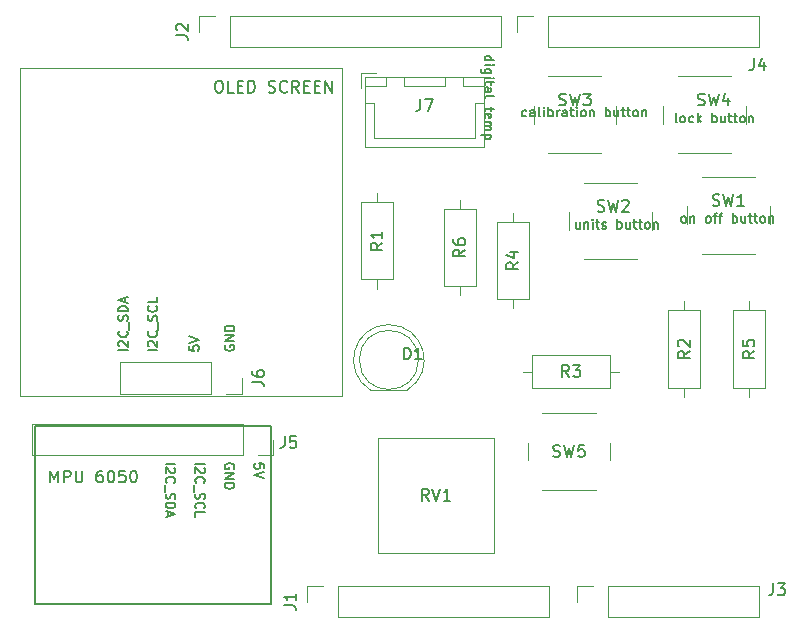
<source format=gbr>
%TF.GenerationSoftware,KiCad,Pcbnew,8.0.8*%
%TF.CreationDate,2025-02-03T15:49:05-07:00*%
%TF.ProjectId,Uno_Shield_ThermoPro,556e6f5f-5368-4696-956c-645f54686572,rev?*%
%TF.SameCoordinates,Original*%
%TF.FileFunction,Legend,Top*%
%TF.FilePolarity,Positive*%
%FSLAX46Y46*%
G04 Gerber Fmt 4.6, Leading zero omitted, Abs format (unit mm)*
G04 Created by KiCad (PCBNEW 8.0.8) date 2025-02-03 15:49:05*
%MOMM*%
%LPD*%
G01*
G04 APERTURE LIST*
%ADD10C,0.175000*%
%ADD11C,0.150000*%
%ADD12C,0.100000*%
%ADD13C,0.120000*%
G04 APERTURE END LIST*
D10*
X149648464Y-65359661D02*
X149648464Y-65892995D01*
X149305607Y-65359661D02*
X149305607Y-65778709D01*
X149305607Y-65778709D02*
X149343702Y-65854900D01*
X149343702Y-65854900D02*
X149419892Y-65892995D01*
X149419892Y-65892995D02*
X149534178Y-65892995D01*
X149534178Y-65892995D02*
X149610369Y-65854900D01*
X149610369Y-65854900D02*
X149648464Y-65816804D01*
X150029417Y-65359661D02*
X150029417Y-65892995D01*
X150029417Y-65435852D02*
X150067512Y-65397757D01*
X150067512Y-65397757D02*
X150143702Y-65359661D01*
X150143702Y-65359661D02*
X150257988Y-65359661D01*
X150257988Y-65359661D02*
X150334179Y-65397757D01*
X150334179Y-65397757D02*
X150372274Y-65473947D01*
X150372274Y-65473947D02*
X150372274Y-65892995D01*
X150753227Y-65892995D02*
X150753227Y-65359661D01*
X150753227Y-65092995D02*
X150715131Y-65131090D01*
X150715131Y-65131090D02*
X150753227Y-65169185D01*
X150753227Y-65169185D02*
X150791322Y-65131090D01*
X150791322Y-65131090D02*
X150753227Y-65092995D01*
X150753227Y-65092995D02*
X150753227Y-65169185D01*
X151019893Y-65359661D02*
X151324655Y-65359661D01*
X151134179Y-65092995D02*
X151134179Y-65778709D01*
X151134179Y-65778709D02*
X151172274Y-65854900D01*
X151172274Y-65854900D02*
X151248464Y-65892995D01*
X151248464Y-65892995D02*
X151324655Y-65892995D01*
X151553226Y-65854900D02*
X151629417Y-65892995D01*
X151629417Y-65892995D02*
X151781798Y-65892995D01*
X151781798Y-65892995D02*
X151857988Y-65854900D01*
X151857988Y-65854900D02*
X151896084Y-65778709D01*
X151896084Y-65778709D02*
X151896084Y-65740614D01*
X151896084Y-65740614D02*
X151857988Y-65664423D01*
X151857988Y-65664423D02*
X151781798Y-65626328D01*
X151781798Y-65626328D02*
X151667512Y-65626328D01*
X151667512Y-65626328D02*
X151591322Y-65588233D01*
X151591322Y-65588233D02*
X151553226Y-65512042D01*
X151553226Y-65512042D02*
X151553226Y-65473947D01*
X151553226Y-65473947D02*
X151591322Y-65397757D01*
X151591322Y-65397757D02*
X151667512Y-65359661D01*
X151667512Y-65359661D02*
X151781798Y-65359661D01*
X151781798Y-65359661D02*
X151857988Y-65397757D01*
X152848465Y-65892995D02*
X152848465Y-65092995D01*
X152848465Y-65397757D02*
X152924655Y-65359661D01*
X152924655Y-65359661D02*
X153077036Y-65359661D01*
X153077036Y-65359661D02*
X153153227Y-65397757D01*
X153153227Y-65397757D02*
X153191322Y-65435852D01*
X153191322Y-65435852D02*
X153229417Y-65512042D01*
X153229417Y-65512042D02*
X153229417Y-65740614D01*
X153229417Y-65740614D02*
X153191322Y-65816804D01*
X153191322Y-65816804D02*
X153153227Y-65854900D01*
X153153227Y-65854900D02*
X153077036Y-65892995D01*
X153077036Y-65892995D02*
X152924655Y-65892995D01*
X152924655Y-65892995D02*
X152848465Y-65854900D01*
X153915132Y-65359661D02*
X153915132Y-65892995D01*
X153572275Y-65359661D02*
X153572275Y-65778709D01*
X153572275Y-65778709D02*
X153610370Y-65854900D01*
X153610370Y-65854900D02*
X153686560Y-65892995D01*
X153686560Y-65892995D02*
X153800846Y-65892995D01*
X153800846Y-65892995D02*
X153877037Y-65854900D01*
X153877037Y-65854900D02*
X153915132Y-65816804D01*
X154181799Y-65359661D02*
X154486561Y-65359661D01*
X154296085Y-65092995D02*
X154296085Y-65778709D01*
X154296085Y-65778709D02*
X154334180Y-65854900D01*
X154334180Y-65854900D02*
X154410370Y-65892995D01*
X154410370Y-65892995D02*
X154486561Y-65892995D01*
X154638942Y-65359661D02*
X154943704Y-65359661D01*
X154753228Y-65092995D02*
X154753228Y-65778709D01*
X154753228Y-65778709D02*
X154791323Y-65854900D01*
X154791323Y-65854900D02*
X154867513Y-65892995D01*
X154867513Y-65892995D02*
X154943704Y-65892995D01*
X155324656Y-65892995D02*
X155248466Y-65854900D01*
X155248466Y-65854900D02*
X155210371Y-65816804D01*
X155210371Y-65816804D02*
X155172275Y-65740614D01*
X155172275Y-65740614D02*
X155172275Y-65512042D01*
X155172275Y-65512042D02*
X155210371Y-65435852D01*
X155210371Y-65435852D02*
X155248466Y-65397757D01*
X155248466Y-65397757D02*
X155324656Y-65359661D01*
X155324656Y-65359661D02*
X155438942Y-65359661D01*
X155438942Y-65359661D02*
X155515133Y-65397757D01*
X155515133Y-65397757D02*
X155553228Y-65435852D01*
X155553228Y-65435852D02*
X155591323Y-65512042D01*
X155591323Y-65512042D02*
X155591323Y-65740614D01*
X155591323Y-65740614D02*
X155553228Y-65816804D01*
X155553228Y-65816804D02*
X155515133Y-65854900D01*
X155515133Y-65854900D02*
X155438942Y-65892995D01*
X155438942Y-65892995D02*
X155324656Y-65892995D01*
X155934181Y-65359661D02*
X155934181Y-65892995D01*
X155934181Y-65435852D02*
X155972276Y-65397757D01*
X155972276Y-65397757D02*
X156048466Y-65359661D01*
X156048466Y-65359661D02*
X156162752Y-65359661D01*
X156162752Y-65359661D02*
X156238943Y-65397757D01*
X156238943Y-65397757D02*
X156277038Y-65473947D01*
X156277038Y-65473947D02*
X156277038Y-65892995D01*
X158419892Y-65392995D02*
X158343702Y-65354900D01*
X158343702Y-65354900D02*
X158305607Y-65316804D01*
X158305607Y-65316804D02*
X158267511Y-65240614D01*
X158267511Y-65240614D02*
X158267511Y-65012042D01*
X158267511Y-65012042D02*
X158305607Y-64935852D01*
X158305607Y-64935852D02*
X158343702Y-64897757D01*
X158343702Y-64897757D02*
X158419892Y-64859661D01*
X158419892Y-64859661D02*
X158534178Y-64859661D01*
X158534178Y-64859661D02*
X158610369Y-64897757D01*
X158610369Y-64897757D02*
X158648464Y-64935852D01*
X158648464Y-64935852D02*
X158686559Y-65012042D01*
X158686559Y-65012042D02*
X158686559Y-65240614D01*
X158686559Y-65240614D02*
X158648464Y-65316804D01*
X158648464Y-65316804D02*
X158610369Y-65354900D01*
X158610369Y-65354900D02*
X158534178Y-65392995D01*
X158534178Y-65392995D02*
X158419892Y-65392995D01*
X159029417Y-64859661D02*
X159029417Y-65392995D01*
X159029417Y-64935852D02*
X159067512Y-64897757D01*
X159067512Y-64897757D02*
X159143702Y-64859661D01*
X159143702Y-64859661D02*
X159257988Y-64859661D01*
X159257988Y-64859661D02*
X159334179Y-64897757D01*
X159334179Y-64897757D02*
X159372274Y-64973947D01*
X159372274Y-64973947D02*
X159372274Y-65392995D01*
X160477036Y-65392995D02*
X160400846Y-65354900D01*
X160400846Y-65354900D02*
X160362751Y-65316804D01*
X160362751Y-65316804D02*
X160324655Y-65240614D01*
X160324655Y-65240614D02*
X160324655Y-65012042D01*
X160324655Y-65012042D02*
X160362751Y-64935852D01*
X160362751Y-64935852D02*
X160400846Y-64897757D01*
X160400846Y-64897757D02*
X160477036Y-64859661D01*
X160477036Y-64859661D02*
X160591322Y-64859661D01*
X160591322Y-64859661D02*
X160667513Y-64897757D01*
X160667513Y-64897757D02*
X160705608Y-64935852D01*
X160705608Y-64935852D02*
X160743703Y-65012042D01*
X160743703Y-65012042D02*
X160743703Y-65240614D01*
X160743703Y-65240614D02*
X160705608Y-65316804D01*
X160705608Y-65316804D02*
X160667513Y-65354900D01*
X160667513Y-65354900D02*
X160591322Y-65392995D01*
X160591322Y-65392995D02*
X160477036Y-65392995D01*
X160972275Y-64859661D02*
X161277037Y-64859661D01*
X161086561Y-65392995D02*
X161086561Y-64707280D01*
X161086561Y-64707280D02*
X161124656Y-64631090D01*
X161124656Y-64631090D02*
X161200846Y-64592995D01*
X161200846Y-64592995D02*
X161277037Y-64592995D01*
X161429418Y-64859661D02*
X161734180Y-64859661D01*
X161543704Y-65392995D02*
X161543704Y-64707280D01*
X161543704Y-64707280D02*
X161581799Y-64631090D01*
X161581799Y-64631090D02*
X161657989Y-64592995D01*
X161657989Y-64592995D02*
X161734180Y-64592995D01*
X162610371Y-65392995D02*
X162610371Y-64592995D01*
X162610371Y-64897757D02*
X162686561Y-64859661D01*
X162686561Y-64859661D02*
X162838942Y-64859661D01*
X162838942Y-64859661D02*
X162915133Y-64897757D01*
X162915133Y-64897757D02*
X162953228Y-64935852D01*
X162953228Y-64935852D02*
X162991323Y-65012042D01*
X162991323Y-65012042D02*
X162991323Y-65240614D01*
X162991323Y-65240614D02*
X162953228Y-65316804D01*
X162953228Y-65316804D02*
X162915133Y-65354900D01*
X162915133Y-65354900D02*
X162838942Y-65392995D01*
X162838942Y-65392995D02*
X162686561Y-65392995D01*
X162686561Y-65392995D02*
X162610371Y-65354900D01*
X163677038Y-64859661D02*
X163677038Y-65392995D01*
X163334181Y-64859661D02*
X163334181Y-65278709D01*
X163334181Y-65278709D02*
X163372276Y-65354900D01*
X163372276Y-65354900D02*
X163448466Y-65392995D01*
X163448466Y-65392995D02*
X163562752Y-65392995D01*
X163562752Y-65392995D02*
X163638943Y-65354900D01*
X163638943Y-65354900D02*
X163677038Y-65316804D01*
X163943705Y-64859661D02*
X164248467Y-64859661D01*
X164057991Y-64592995D02*
X164057991Y-65278709D01*
X164057991Y-65278709D02*
X164096086Y-65354900D01*
X164096086Y-65354900D02*
X164172276Y-65392995D01*
X164172276Y-65392995D02*
X164248467Y-65392995D01*
X164400848Y-64859661D02*
X164705610Y-64859661D01*
X164515134Y-64592995D02*
X164515134Y-65278709D01*
X164515134Y-65278709D02*
X164553229Y-65354900D01*
X164553229Y-65354900D02*
X164629419Y-65392995D01*
X164629419Y-65392995D02*
X164705610Y-65392995D01*
X165086562Y-65392995D02*
X165010372Y-65354900D01*
X165010372Y-65354900D02*
X164972277Y-65316804D01*
X164972277Y-65316804D02*
X164934181Y-65240614D01*
X164934181Y-65240614D02*
X164934181Y-65012042D01*
X164934181Y-65012042D02*
X164972277Y-64935852D01*
X164972277Y-64935852D02*
X165010372Y-64897757D01*
X165010372Y-64897757D02*
X165086562Y-64859661D01*
X165086562Y-64859661D02*
X165200848Y-64859661D01*
X165200848Y-64859661D02*
X165277039Y-64897757D01*
X165277039Y-64897757D02*
X165315134Y-64935852D01*
X165315134Y-64935852D02*
X165353229Y-65012042D01*
X165353229Y-65012042D02*
X165353229Y-65240614D01*
X165353229Y-65240614D02*
X165315134Y-65316804D01*
X165315134Y-65316804D02*
X165277039Y-65354900D01*
X165277039Y-65354900D02*
X165200848Y-65392995D01*
X165200848Y-65392995D02*
X165086562Y-65392995D01*
X165696087Y-64859661D02*
X165696087Y-65392995D01*
X165696087Y-64935852D02*
X165734182Y-64897757D01*
X165734182Y-64897757D02*
X165810372Y-64859661D01*
X165810372Y-64859661D02*
X165924658Y-64859661D01*
X165924658Y-64859661D02*
X166000849Y-64897757D01*
X166000849Y-64897757D02*
X166038944Y-64973947D01*
X166038944Y-64973947D02*
X166038944Y-65392995D01*
X157919892Y-56892995D02*
X157843702Y-56854900D01*
X157843702Y-56854900D02*
X157805607Y-56778709D01*
X157805607Y-56778709D02*
X157805607Y-56092995D01*
X158338940Y-56892995D02*
X158262750Y-56854900D01*
X158262750Y-56854900D02*
X158224655Y-56816804D01*
X158224655Y-56816804D02*
X158186559Y-56740614D01*
X158186559Y-56740614D02*
X158186559Y-56512042D01*
X158186559Y-56512042D02*
X158224655Y-56435852D01*
X158224655Y-56435852D02*
X158262750Y-56397757D01*
X158262750Y-56397757D02*
X158338940Y-56359661D01*
X158338940Y-56359661D02*
X158453226Y-56359661D01*
X158453226Y-56359661D02*
X158529417Y-56397757D01*
X158529417Y-56397757D02*
X158567512Y-56435852D01*
X158567512Y-56435852D02*
X158605607Y-56512042D01*
X158605607Y-56512042D02*
X158605607Y-56740614D01*
X158605607Y-56740614D02*
X158567512Y-56816804D01*
X158567512Y-56816804D02*
X158529417Y-56854900D01*
X158529417Y-56854900D02*
X158453226Y-56892995D01*
X158453226Y-56892995D02*
X158338940Y-56892995D01*
X159291322Y-56854900D02*
X159215131Y-56892995D01*
X159215131Y-56892995D02*
X159062750Y-56892995D01*
X159062750Y-56892995D02*
X158986560Y-56854900D01*
X158986560Y-56854900D02*
X158948465Y-56816804D01*
X158948465Y-56816804D02*
X158910369Y-56740614D01*
X158910369Y-56740614D02*
X158910369Y-56512042D01*
X158910369Y-56512042D02*
X158948465Y-56435852D01*
X158948465Y-56435852D02*
X158986560Y-56397757D01*
X158986560Y-56397757D02*
X159062750Y-56359661D01*
X159062750Y-56359661D02*
X159215131Y-56359661D01*
X159215131Y-56359661D02*
X159291322Y-56397757D01*
X159634179Y-56892995D02*
X159634179Y-56092995D01*
X159710369Y-56588233D02*
X159938941Y-56892995D01*
X159938941Y-56359661D02*
X159634179Y-56664423D01*
X160891322Y-56892995D02*
X160891322Y-56092995D01*
X160891322Y-56397757D02*
X160967512Y-56359661D01*
X160967512Y-56359661D02*
X161119893Y-56359661D01*
X161119893Y-56359661D02*
X161196084Y-56397757D01*
X161196084Y-56397757D02*
X161234179Y-56435852D01*
X161234179Y-56435852D02*
X161272274Y-56512042D01*
X161272274Y-56512042D02*
X161272274Y-56740614D01*
X161272274Y-56740614D02*
X161234179Y-56816804D01*
X161234179Y-56816804D02*
X161196084Y-56854900D01*
X161196084Y-56854900D02*
X161119893Y-56892995D01*
X161119893Y-56892995D02*
X160967512Y-56892995D01*
X160967512Y-56892995D02*
X160891322Y-56854900D01*
X161957989Y-56359661D02*
X161957989Y-56892995D01*
X161615132Y-56359661D02*
X161615132Y-56778709D01*
X161615132Y-56778709D02*
X161653227Y-56854900D01*
X161653227Y-56854900D02*
X161729417Y-56892995D01*
X161729417Y-56892995D02*
X161843703Y-56892995D01*
X161843703Y-56892995D02*
X161919894Y-56854900D01*
X161919894Y-56854900D02*
X161957989Y-56816804D01*
X162224656Y-56359661D02*
X162529418Y-56359661D01*
X162338942Y-56092995D02*
X162338942Y-56778709D01*
X162338942Y-56778709D02*
X162377037Y-56854900D01*
X162377037Y-56854900D02*
X162453227Y-56892995D01*
X162453227Y-56892995D02*
X162529418Y-56892995D01*
X162681799Y-56359661D02*
X162986561Y-56359661D01*
X162796085Y-56092995D02*
X162796085Y-56778709D01*
X162796085Y-56778709D02*
X162834180Y-56854900D01*
X162834180Y-56854900D02*
X162910370Y-56892995D01*
X162910370Y-56892995D02*
X162986561Y-56892995D01*
X163367513Y-56892995D02*
X163291323Y-56854900D01*
X163291323Y-56854900D02*
X163253228Y-56816804D01*
X163253228Y-56816804D02*
X163215132Y-56740614D01*
X163215132Y-56740614D02*
X163215132Y-56512042D01*
X163215132Y-56512042D02*
X163253228Y-56435852D01*
X163253228Y-56435852D02*
X163291323Y-56397757D01*
X163291323Y-56397757D02*
X163367513Y-56359661D01*
X163367513Y-56359661D02*
X163481799Y-56359661D01*
X163481799Y-56359661D02*
X163557990Y-56397757D01*
X163557990Y-56397757D02*
X163596085Y-56435852D01*
X163596085Y-56435852D02*
X163634180Y-56512042D01*
X163634180Y-56512042D02*
X163634180Y-56740614D01*
X163634180Y-56740614D02*
X163596085Y-56816804D01*
X163596085Y-56816804D02*
X163557990Y-56854900D01*
X163557990Y-56854900D02*
X163481799Y-56892995D01*
X163481799Y-56892995D02*
X163367513Y-56892995D01*
X163977038Y-56359661D02*
X163977038Y-56892995D01*
X163977038Y-56435852D02*
X164015133Y-56397757D01*
X164015133Y-56397757D02*
X164091323Y-56359661D01*
X164091323Y-56359661D02*
X164205609Y-56359661D01*
X164205609Y-56359661D02*
X164281800Y-56397757D01*
X164281800Y-56397757D02*
X164319895Y-56473947D01*
X164319895Y-56473947D02*
X164319895Y-56892995D01*
X145148464Y-56354900D02*
X145072273Y-56392995D01*
X145072273Y-56392995D02*
X144919892Y-56392995D01*
X144919892Y-56392995D02*
X144843702Y-56354900D01*
X144843702Y-56354900D02*
X144805607Y-56316804D01*
X144805607Y-56316804D02*
X144767511Y-56240614D01*
X144767511Y-56240614D02*
X144767511Y-56012042D01*
X144767511Y-56012042D02*
X144805607Y-55935852D01*
X144805607Y-55935852D02*
X144843702Y-55897757D01*
X144843702Y-55897757D02*
X144919892Y-55859661D01*
X144919892Y-55859661D02*
X145072273Y-55859661D01*
X145072273Y-55859661D02*
X145148464Y-55897757D01*
X145834178Y-56392995D02*
X145834178Y-55973947D01*
X145834178Y-55973947D02*
X145796083Y-55897757D01*
X145796083Y-55897757D02*
X145719892Y-55859661D01*
X145719892Y-55859661D02*
X145567511Y-55859661D01*
X145567511Y-55859661D02*
X145491321Y-55897757D01*
X145834178Y-56354900D02*
X145757987Y-56392995D01*
X145757987Y-56392995D02*
X145567511Y-56392995D01*
X145567511Y-56392995D02*
X145491321Y-56354900D01*
X145491321Y-56354900D02*
X145453225Y-56278709D01*
X145453225Y-56278709D02*
X145453225Y-56202519D01*
X145453225Y-56202519D02*
X145491321Y-56126328D01*
X145491321Y-56126328D02*
X145567511Y-56088233D01*
X145567511Y-56088233D02*
X145757987Y-56088233D01*
X145757987Y-56088233D02*
X145834178Y-56050138D01*
X146329416Y-56392995D02*
X146253226Y-56354900D01*
X146253226Y-56354900D02*
X146215131Y-56278709D01*
X146215131Y-56278709D02*
X146215131Y-55592995D01*
X146634179Y-56392995D02*
X146634179Y-55859661D01*
X146634179Y-55592995D02*
X146596083Y-55631090D01*
X146596083Y-55631090D02*
X146634179Y-55669185D01*
X146634179Y-55669185D02*
X146672274Y-55631090D01*
X146672274Y-55631090D02*
X146634179Y-55592995D01*
X146634179Y-55592995D02*
X146634179Y-55669185D01*
X147015131Y-56392995D02*
X147015131Y-55592995D01*
X147015131Y-55897757D02*
X147091321Y-55859661D01*
X147091321Y-55859661D02*
X147243702Y-55859661D01*
X147243702Y-55859661D02*
X147319893Y-55897757D01*
X147319893Y-55897757D02*
X147357988Y-55935852D01*
X147357988Y-55935852D02*
X147396083Y-56012042D01*
X147396083Y-56012042D02*
X147396083Y-56240614D01*
X147396083Y-56240614D02*
X147357988Y-56316804D01*
X147357988Y-56316804D02*
X147319893Y-56354900D01*
X147319893Y-56354900D02*
X147243702Y-56392995D01*
X147243702Y-56392995D02*
X147091321Y-56392995D01*
X147091321Y-56392995D02*
X147015131Y-56354900D01*
X147738941Y-56392995D02*
X147738941Y-55859661D01*
X147738941Y-56012042D02*
X147777036Y-55935852D01*
X147777036Y-55935852D02*
X147815131Y-55897757D01*
X147815131Y-55897757D02*
X147891322Y-55859661D01*
X147891322Y-55859661D02*
X147967512Y-55859661D01*
X148577036Y-56392995D02*
X148577036Y-55973947D01*
X148577036Y-55973947D02*
X148538941Y-55897757D01*
X148538941Y-55897757D02*
X148462750Y-55859661D01*
X148462750Y-55859661D02*
X148310369Y-55859661D01*
X148310369Y-55859661D02*
X148234179Y-55897757D01*
X148577036Y-56354900D02*
X148500845Y-56392995D01*
X148500845Y-56392995D02*
X148310369Y-56392995D01*
X148310369Y-56392995D02*
X148234179Y-56354900D01*
X148234179Y-56354900D02*
X148196083Y-56278709D01*
X148196083Y-56278709D02*
X148196083Y-56202519D01*
X148196083Y-56202519D02*
X148234179Y-56126328D01*
X148234179Y-56126328D02*
X148310369Y-56088233D01*
X148310369Y-56088233D02*
X148500845Y-56088233D01*
X148500845Y-56088233D02*
X148577036Y-56050138D01*
X148843703Y-55859661D02*
X149148465Y-55859661D01*
X148957989Y-55592995D02*
X148957989Y-56278709D01*
X148957989Y-56278709D02*
X148996084Y-56354900D01*
X148996084Y-56354900D02*
X149072274Y-56392995D01*
X149072274Y-56392995D02*
X149148465Y-56392995D01*
X149415132Y-56392995D02*
X149415132Y-55859661D01*
X149415132Y-55592995D02*
X149377036Y-55631090D01*
X149377036Y-55631090D02*
X149415132Y-55669185D01*
X149415132Y-55669185D02*
X149453227Y-55631090D01*
X149453227Y-55631090D02*
X149415132Y-55592995D01*
X149415132Y-55592995D02*
X149415132Y-55669185D01*
X149910369Y-56392995D02*
X149834179Y-56354900D01*
X149834179Y-56354900D02*
X149796084Y-56316804D01*
X149796084Y-56316804D02*
X149757988Y-56240614D01*
X149757988Y-56240614D02*
X149757988Y-56012042D01*
X149757988Y-56012042D02*
X149796084Y-55935852D01*
X149796084Y-55935852D02*
X149834179Y-55897757D01*
X149834179Y-55897757D02*
X149910369Y-55859661D01*
X149910369Y-55859661D02*
X150024655Y-55859661D01*
X150024655Y-55859661D02*
X150100846Y-55897757D01*
X150100846Y-55897757D02*
X150138941Y-55935852D01*
X150138941Y-55935852D02*
X150177036Y-56012042D01*
X150177036Y-56012042D02*
X150177036Y-56240614D01*
X150177036Y-56240614D02*
X150138941Y-56316804D01*
X150138941Y-56316804D02*
X150100846Y-56354900D01*
X150100846Y-56354900D02*
X150024655Y-56392995D01*
X150024655Y-56392995D02*
X149910369Y-56392995D01*
X150519894Y-55859661D02*
X150519894Y-56392995D01*
X150519894Y-55935852D02*
X150557989Y-55897757D01*
X150557989Y-55897757D02*
X150634179Y-55859661D01*
X150634179Y-55859661D02*
X150748465Y-55859661D01*
X150748465Y-55859661D02*
X150824656Y-55897757D01*
X150824656Y-55897757D02*
X150862751Y-55973947D01*
X150862751Y-55973947D02*
X150862751Y-56392995D01*
X151853228Y-56392995D02*
X151853228Y-55592995D01*
X151853228Y-55897757D02*
X151929418Y-55859661D01*
X151929418Y-55859661D02*
X152081799Y-55859661D01*
X152081799Y-55859661D02*
X152157990Y-55897757D01*
X152157990Y-55897757D02*
X152196085Y-55935852D01*
X152196085Y-55935852D02*
X152234180Y-56012042D01*
X152234180Y-56012042D02*
X152234180Y-56240614D01*
X152234180Y-56240614D02*
X152196085Y-56316804D01*
X152196085Y-56316804D02*
X152157990Y-56354900D01*
X152157990Y-56354900D02*
X152081799Y-56392995D01*
X152081799Y-56392995D02*
X151929418Y-56392995D01*
X151929418Y-56392995D02*
X151853228Y-56354900D01*
X152919895Y-55859661D02*
X152919895Y-56392995D01*
X152577038Y-55859661D02*
X152577038Y-56278709D01*
X152577038Y-56278709D02*
X152615133Y-56354900D01*
X152615133Y-56354900D02*
X152691323Y-56392995D01*
X152691323Y-56392995D02*
X152805609Y-56392995D01*
X152805609Y-56392995D02*
X152881800Y-56354900D01*
X152881800Y-56354900D02*
X152919895Y-56316804D01*
X153186562Y-55859661D02*
X153491324Y-55859661D01*
X153300848Y-55592995D02*
X153300848Y-56278709D01*
X153300848Y-56278709D02*
X153338943Y-56354900D01*
X153338943Y-56354900D02*
X153415133Y-56392995D01*
X153415133Y-56392995D02*
X153491324Y-56392995D01*
X153643705Y-55859661D02*
X153948467Y-55859661D01*
X153757991Y-55592995D02*
X153757991Y-56278709D01*
X153757991Y-56278709D02*
X153796086Y-56354900D01*
X153796086Y-56354900D02*
X153872276Y-56392995D01*
X153872276Y-56392995D02*
X153948467Y-56392995D01*
X154329419Y-56392995D02*
X154253229Y-56354900D01*
X154253229Y-56354900D02*
X154215134Y-56316804D01*
X154215134Y-56316804D02*
X154177038Y-56240614D01*
X154177038Y-56240614D02*
X154177038Y-56012042D01*
X154177038Y-56012042D02*
X154215134Y-55935852D01*
X154215134Y-55935852D02*
X154253229Y-55897757D01*
X154253229Y-55897757D02*
X154329419Y-55859661D01*
X154329419Y-55859661D02*
X154443705Y-55859661D01*
X154443705Y-55859661D02*
X154519896Y-55897757D01*
X154519896Y-55897757D02*
X154557991Y-55935852D01*
X154557991Y-55935852D02*
X154596086Y-56012042D01*
X154596086Y-56012042D02*
X154596086Y-56240614D01*
X154596086Y-56240614D02*
X154557991Y-56316804D01*
X154557991Y-56316804D02*
X154519896Y-56354900D01*
X154519896Y-56354900D02*
X154443705Y-56392995D01*
X154443705Y-56392995D02*
X154329419Y-56392995D01*
X154938944Y-55859661D02*
X154938944Y-56392995D01*
X154938944Y-55935852D02*
X154977039Y-55897757D01*
X154977039Y-55897757D02*
X155053229Y-55859661D01*
X155053229Y-55859661D02*
X155167515Y-55859661D01*
X155167515Y-55859661D02*
X155243706Y-55897757D01*
X155243706Y-55897757D02*
X155281801Y-55973947D01*
X155281801Y-55973947D02*
X155281801Y-56392995D01*
X141607004Y-51648464D02*
X142407004Y-51648464D01*
X141645100Y-51648464D02*
X141607004Y-51572273D01*
X141607004Y-51572273D02*
X141607004Y-51419892D01*
X141607004Y-51419892D02*
X141645100Y-51343702D01*
X141645100Y-51343702D02*
X141683195Y-51305607D01*
X141683195Y-51305607D02*
X141759385Y-51267511D01*
X141759385Y-51267511D02*
X141987957Y-51267511D01*
X141987957Y-51267511D02*
X142064147Y-51305607D01*
X142064147Y-51305607D02*
X142102242Y-51343702D01*
X142102242Y-51343702D02*
X142140338Y-51419892D01*
X142140338Y-51419892D02*
X142140338Y-51572273D01*
X142140338Y-51572273D02*
X142102242Y-51648464D01*
X141607004Y-52029417D02*
X142140338Y-52029417D01*
X142407004Y-52029417D02*
X142368909Y-51991321D01*
X142368909Y-51991321D02*
X142330814Y-52029417D01*
X142330814Y-52029417D02*
X142368909Y-52067512D01*
X142368909Y-52067512D02*
X142407004Y-52029417D01*
X142407004Y-52029417D02*
X142330814Y-52029417D01*
X142140338Y-52753226D02*
X141492719Y-52753226D01*
X141492719Y-52753226D02*
X141416528Y-52715131D01*
X141416528Y-52715131D02*
X141378433Y-52677035D01*
X141378433Y-52677035D02*
X141340338Y-52600845D01*
X141340338Y-52600845D02*
X141340338Y-52486559D01*
X141340338Y-52486559D02*
X141378433Y-52410369D01*
X141645100Y-52753226D02*
X141607004Y-52677035D01*
X141607004Y-52677035D02*
X141607004Y-52524654D01*
X141607004Y-52524654D02*
X141645100Y-52448464D01*
X141645100Y-52448464D02*
X141683195Y-52410369D01*
X141683195Y-52410369D02*
X141759385Y-52372273D01*
X141759385Y-52372273D02*
X141987957Y-52372273D01*
X141987957Y-52372273D02*
X142064147Y-52410369D01*
X142064147Y-52410369D02*
X142102242Y-52448464D01*
X142102242Y-52448464D02*
X142140338Y-52524654D01*
X142140338Y-52524654D02*
X142140338Y-52677035D01*
X142140338Y-52677035D02*
X142102242Y-52753226D01*
X141607004Y-53134179D02*
X142140338Y-53134179D01*
X142407004Y-53134179D02*
X142368909Y-53096083D01*
X142368909Y-53096083D02*
X142330814Y-53134179D01*
X142330814Y-53134179D02*
X142368909Y-53172274D01*
X142368909Y-53172274D02*
X142407004Y-53134179D01*
X142407004Y-53134179D02*
X142330814Y-53134179D01*
X142140338Y-53400845D02*
X142140338Y-53705607D01*
X142407004Y-53515131D02*
X141721290Y-53515131D01*
X141721290Y-53515131D02*
X141645100Y-53553226D01*
X141645100Y-53553226D02*
X141607004Y-53629416D01*
X141607004Y-53629416D02*
X141607004Y-53705607D01*
X141607004Y-54315131D02*
X142026052Y-54315131D01*
X142026052Y-54315131D02*
X142102242Y-54277036D01*
X142102242Y-54277036D02*
X142140338Y-54200845D01*
X142140338Y-54200845D02*
X142140338Y-54048464D01*
X142140338Y-54048464D02*
X142102242Y-53972274D01*
X141645100Y-54315131D02*
X141607004Y-54238940D01*
X141607004Y-54238940D02*
X141607004Y-54048464D01*
X141607004Y-54048464D02*
X141645100Y-53972274D01*
X141645100Y-53972274D02*
X141721290Y-53934178D01*
X141721290Y-53934178D02*
X141797480Y-53934178D01*
X141797480Y-53934178D02*
X141873671Y-53972274D01*
X141873671Y-53972274D02*
X141911766Y-54048464D01*
X141911766Y-54048464D02*
X141911766Y-54238940D01*
X141911766Y-54238940D02*
X141949861Y-54315131D01*
X141607004Y-54810369D02*
X141645100Y-54734179D01*
X141645100Y-54734179D02*
X141721290Y-54696084D01*
X141721290Y-54696084D02*
X142407004Y-54696084D01*
X142140338Y-55610370D02*
X142140338Y-55915132D01*
X142407004Y-55724656D02*
X141721290Y-55724656D01*
X141721290Y-55724656D02*
X141645100Y-55762751D01*
X141645100Y-55762751D02*
X141607004Y-55838941D01*
X141607004Y-55838941D02*
X141607004Y-55915132D01*
X141645100Y-56486561D02*
X141607004Y-56410370D01*
X141607004Y-56410370D02*
X141607004Y-56257989D01*
X141607004Y-56257989D02*
X141645100Y-56181799D01*
X141645100Y-56181799D02*
X141721290Y-56143703D01*
X141721290Y-56143703D02*
X142026052Y-56143703D01*
X142026052Y-56143703D02*
X142102242Y-56181799D01*
X142102242Y-56181799D02*
X142140338Y-56257989D01*
X142140338Y-56257989D02*
X142140338Y-56410370D01*
X142140338Y-56410370D02*
X142102242Y-56486561D01*
X142102242Y-56486561D02*
X142026052Y-56524656D01*
X142026052Y-56524656D02*
X141949861Y-56524656D01*
X141949861Y-56524656D02*
X141873671Y-56143703D01*
X141607004Y-56867513D02*
X142140338Y-56867513D01*
X142064147Y-56867513D02*
X142102242Y-56905608D01*
X142102242Y-56905608D02*
X142140338Y-56981798D01*
X142140338Y-56981798D02*
X142140338Y-57096084D01*
X142140338Y-57096084D02*
X142102242Y-57172275D01*
X142102242Y-57172275D02*
X142026052Y-57210370D01*
X142026052Y-57210370D02*
X141607004Y-57210370D01*
X142026052Y-57210370D02*
X142102242Y-57248465D01*
X142102242Y-57248465D02*
X142140338Y-57324656D01*
X142140338Y-57324656D02*
X142140338Y-57438941D01*
X142140338Y-57438941D02*
X142102242Y-57515132D01*
X142102242Y-57515132D02*
X142026052Y-57553227D01*
X142026052Y-57553227D02*
X141607004Y-57553227D01*
X142140338Y-57934180D02*
X141340338Y-57934180D01*
X142102242Y-57934180D02*
X142140338Y-58010370D01*
X142140338Y-58010370D02*
X142140338Y-58162751D01*
X142140338Y-58162751D02*
X142102242Y-58238942D01*
X142102242Y-58238942D02*
X142064147Y-58277037D01*
X142064147Y-58277037D02*
X141987957Y-58315132D01*
X141987957Y-58315132D02*
X141759385Y-58315132D01*
X141759385Y-58315132D02*
X141683195Y-58277037D01*
X141683195Y-58277037D02*
X141645100Y-58238942D01*
X141645100Y-58238942D02*
X141607004Y-58162751D01*
X141607004Y-58162751D02*
X141607004Y-58010370D01*
X141607004Y-58010370D02*
X141645100Y-57934180D01*
X119631090Y-75775345D02*
X119592995Y-75851535D01*
X119592995Y-75851535D02*
X119592995Y-75965821D01*
X119592995Y-75965821D02*
X119631090Y-76080107D01*
X119631090Y-76080107D02*
X119707280Y-76156297D01*
X119707280Y-76156297D02*
X119783471Y-76194392D01*
X119783471Y-76194392D02*
X119935852Y-76232488D01*
X119935852Y-76232488D02*
X120050138Y-76232488D01*
X120050138Y-76232488D02*
X120202519Y-76194392D01*
X120202519Y-76194392D02*
X120278709Y-76156297D01*
X120278709Y-76156297D02*
X120354900Y-76080107D01*
X120354900Y-76080107D02*
X120392995Y-75965821D01*
X120392995Y-75965821D02*
X120392995Y-75889630D01*
X120392995Y-75889630D02*
X120354900Y-75775345D01*
X120354900Y-75775345D02*
X120316804Y-75737249D01*
X120316804Y-75737249D02*
X120050138Y-75737249D01*
X120050138Y-75737249D02*
X120050138Y-75889630D01*
X120392995Y-75394392D02*
X119592995Y-75394392D01*
X119592995Y-75394392D02*
X120392995Y-74937249D01*
X120392995Y-74937249D02*
X119592995Y-74937249D01*
X120392995Y-74556297D02*
X119592995Y-74556297D01*
X119592995Y-74556297D02*
X119592995Y-74365821D01*
X119592995Y-74365821D02*
X119631090Y-74251535D01*
X119631090Y-74251535D02*
X119707280Y-74175345D01*
X119707280Y-74175345D02*
X119783471Y-74137250D01*
X119783471Y-74137250D02*
X119935852Y-74099154D01*
X119935852Y-74099154D02*
X120050138Y-74099154D01*
X120050138Y-74099154D02*
X120202519Y-74137250D01*
X120202519Y-74137250D02*
X120278709Y-74175345D01*
X120278709Y-74175345D02*
X120354900Y-74251535D01*
X120354900Y-74251535D02*
X120392995Y-74365821D01*
X120392995Y-74365821D02*
X120392995Y-74556297D01*
X116592995Y-75813440D02*
X116592995Y-76194392D01*
X116592995Y-76194392D02*
X116973947Y-76232488D01*
X116973947Y-76232488D02*
X116935852Y-76194392D01*
X116935852Y-76194392D02*
X116897757Y-76118202D01*
X116897757Y-76118202D02*
X116897757Y-75927726D01*
X116897757Y-75927726D02*
X116935852Y-75851535D01*
X116935852Y-75851535D02*
X116973947Y-75813440D01*
X116973947Y-75813440D02*
X117050138Y-75775345D01*
X117050138Y-75775345D02*
X117240614Y-75775345D01*
X117240614Y-75775345D02*
X117316804Y-75813440D01*
X117316804Y-75813440D02*
X117354900Y-75851535D01*
X117354900Y-75851535D02*
X117392995Y-75927726D01*
X117392995Y-75927726D02*
X117392995Y-76118202D01*
X117392995Y-76118202D02*
X117354900Y-76194392D01*
X117354900Y-76194392D02*
X117316804Y-76232488D01*
X116592995Y-75546773D02*
X117392995Y-75280106D01*
X117392995Y-75280106D02*
X116592995Y-75013440D01*
X111392995Y-76194392D02*
X110592995Y-76194392D01*
X110669185Y-75851536D02*
X110631090Y-75813440D01*
X110631090Y-75813440D02*
X110592995Y-75737250D01*
X110592995Y-75737250D02*
X110592995Y-75546774D01*
X110592995Y-75546774D02*
X110631090Y-75470583D01*
X110631090Y-75470583D02*
X110669185Y-75432488D01*
X110669185Y-75432488D02*
X110745376Y-75394393D01*
X110745376Y-75394393D02*
X110821566Y-75394393D01*
X110821566Y-75394393D02*
X110935852Y-75432488D01*
X110935852Y-75432488D02*
X111392995Y-75889631D01*
X111392995Y-75889631D02*
X111392995Y-75394393D01*
X111316804Y-74594392D02*
X111354900Y-74632488D01*
X111354900Y-74632488D02*
X111392995Y-74746773D01*
X111392995Y-74746773D02*
X111392995Y-74822964D01*
X111392995Y-74822964D02*
X111354900Y-74937250D01*
X111354900Y-74937250D02*
X111278709Y-75013440D01*
X111278709Y-75013440D02*
X111202519Y-75051535D01*
X111202519Y-75051535D02*
X111050138Y-75089631D01*
X111050138Y-75089631D02*
X110935852Y-75089631D01*
X110935852Y-75089631D02*
X110783471Y-75051535D01*
X110783471Y-75051535D02*
X110707280Y-75013440D01*
X110707280Y-75013440D02*
X110631090Y-74937250D01*
X110631090Y-74937250D02*
X110592995Y-74822964D01*
X110592995Y-74822964D02*
X110592995Y-74746773D01*
X110592995Y-74746773D02*
X110631090Y-74632488D01*
X110631090Y-74632488D02*
X110669185Y-74594392D01*
X111469185Y-74442012D02*
X111469185Y-73832488D01*
X111354900Y-73680107D02*
X111392995Y-73565821D01*
X111392995Y-73565821D02*
X111392995Y-73375345D01*
X111392995Y-73375345D02*
X111354900Y-73299154D01*
X111354900Y-73299154D02*
X111316804Y-73261059D01*
X111316804Y-73261059D02*
X111240614Y-73222964D01*
X111240614Y-73222964D02*
X111164423Y-73222964D01*
X111164423Y-73222964D02*
X111088233Y-73261059D01*
X111088233Y-73261059D02*
X111050138Y-73299154D01*
X111050138Y-73299154D02*
X111012042Y-73375345D01*
X111012042Y-73375345D02*
X110973947Y-73527726D01*
X110973947Y-73527726D02*
X110935852Y-73603916D01*
X110935852Y-73603916D02*
X110897757Y-73642011D01*
X110897757Y-73642011D02*
X110821566Y-73680107D01*
X110821566Y-73680107D02*
X110745376Y-73680107D01*
X110745376Y-73680107D02*
X110669185Y-73642011D01*
X110669185Y-73642011D02*
X110631090Y-73603916D01*
X110631090Y-73603916D02*
X110592995Y-73527726D01*
X110592995Y-73527726D02*
X110592995Y-73337249D01*
X110592995Y-73337249D02*
X110631090Y-73222964D01*
X111392995Y-72880106D02*
X110592995Y-72880106D01*
X110592995Y-72880106D02*
X110592995Y-72689630D01*
X110592995Y-72689630D02*
X110631090Y-72575344D01*
X110631090Y-72575344D02*
X110707280Y-72499154D01*
X110707280Y-72499154D02*
X110783471Y-72461059D01*
X110783471Y-72461059D02*
X110935852Y-72422963D01*
X110935852Y-72422963D02*
X111050138Y-72422963D01*
X111050138Y-72422963D02*
X111202519Y-72461059D01*
X111202519Y-72461059D02*
X111278709Y-72499154D01*
X111278709Y-72499154D02*
X111354900Y-72575344D01*
X111354900Y-72575344D02*
X111392995Y-72689630D01*
X111392995Y-72689630D02*
X111392995Y-72880106D01*
X111164423Y-72118202D02*
X111164423Y-71737249D01*
X111392995Y-72194392D02*
X110592995Y-71927725D01*
X110592995Y-71927725D02*
X111392995Y-71661059D01*
X113892995Y-76194392D02*
X113092995Y-76194392D01*
X113169185Y-75851536D02*
X113131090Y-75813440D01*
X113131090Y-75813440D02*
X113092995Y-75737250D01*
X113092995Y-75737250D02*
X113092995Y-75546774D01*
X113092995Y-75546774D02*
X113131090Y-75470583D01*
X113131090Y-75470583D02*
X113169185Y-75432488D01*
X113169185Y-75432488D02*
X113245376Y-75394393D01*
X113245376Y-75394393D02*
X113321566Y-75394393D01*
X113321566Y-75394393D02*
X113435852Y-75432488D01*
X113435852Y-75432488D02*
X113892995Y-75889631D01*
X113892995Y-75889631D02*
X113892995Y-75394393D01*
X113816804Y-74594392D02*
X113854900Y-74632488D01*
X113854900Y-74632488D02*
X113892995Y-74746773D01*
X113892995Y-74746773D02*
X113892995Y-74822964D01*
X113892995Y-74822964D02*
X113854900Y-74937250D01*
X113854900Y-74937250D02*
X113778709Y-75013440D01*
X113778709Y-75013440D02*
X113702519Y-75051535D01*
X113702519Y-75051535D02*
X113550138Y-75089631D01*
X113550138Y-75089631D02*
X113435852Y-75089631D01*
X113435852Y-75089631D02*
X113283471Y-75051535D01*
X113283471Y-75051535D02*
X113207280Y-75013440D01*
X113207280Y-75013440D02*
X113131090Y-74937250D01*
X113131090Y-74937250D02*
X113092995Y-74822964D01*
X113092995Y-74822964D02*
X113092995Y-74746773D01*
X113092995Y-74746773D02*
X113131090Y-74632488D01*
X113131090Y-74632488D02*
X113169185Y-74594392D01*
X113969185Y-74442012D02*
X113969185Y-73832488D01*
X113854900Y-73680107D02*
X113892995Y-73565821D01*
X113892995Y-73565821D02*
X113892995Y-73375345D01*
X113892995Y-73375345D02*
X113854900Y-73299154D01*
X113854900Y-73299154D02*
X113816804Y-73261059D01*
X113816804Y-73261059D02*
X113740614Y-73222964D01*
X113740614Y-73222964D02*
X113664423Y-73222964D01*
X113664423Y-73222964D02*
X113588233Y-73261059D01*
X113588233Y-73261059D02*
X113550138Y-73299154D01*
X113550138Y-73299154D02*
X113512042Y-73375345D01*
X113512042Y-73375345D02*
X113473947Y-73527726D01*
X113473947Y-73527726D02*
X113435852Y-73603916D01*
X113435852Y-73603916D02*
X113397757Y-73642011D01*
X113397757Y-73642011D02*
X113321566Y-73680107D01*
X113321566Y-73680107D02*
X113245376Y-73680107D01*
X113245376Y-73680107D02*
X113169185Y-73642011D01*
X113169185Y-73642011D02*
X113131090Y-73603916D01*
X113131090Y-73603916D02*
X113092995Y-73527726D01*
X113092995Y-73527726D02*
X113092995Y-73337249D01*
X113092995Y-73337249D02*
X113131090Y-73222964D01*
X113816804Y-72422963D02*
X113854900Y-72461059D01*
X113854900Y-72461059D02*
X113892995Y-72575344D01*
X113892995Y-72575344D02*
X113892995Y-72651535D01*
X113892995Y-72651535D02*
X113854900Y-72765821D01*
X113854900Y-72765821D02*
X113778709Y-72842011D01*
X113778709Y-72842011D02*
X113702519Y-72880106D01*
X113702519Y-72880106D02*
X113550138Y-72918202D01*
X113550138Y-72918202D02*
X113435852Y-72918202D01*
X113435852Y-72918202D02*
X113283471Y-72880106D01*
X113283471Y-72880106D02*
X113207280Y-72842011D01*
X113207280Y-72842011D02*
X113131090Y-72765821D01*
X113131090Y-72765821D02*
X113092995Y-72651535D01*
X113092995Y-72651535D02*
X113092995Y-72575344D01*
X113092995Y-72575344D02*
X113131090Y-72461059D01*
X113131090Y-72461059D02*
X113169185Y-72422963D01*
X113892995Y-71699154D02*
X113892995Y-72080106D01*
X113892995Y-72080106D02*
X113092995Y-72080106D01*
X122907004Y-86186559D02*
X122907004Y-85805607D01*
X122907004Y-85805607D02*
X122526052Y-85767511D01*
X122526052Y-85767511D02*
X122564147Y-85805607D01*
X122564147Y-85805607D02*
X122602242Y-85881797D01*
X122602242Y-85881797D02*
X122602242Y-86072273D01*
X122602242Y-86072273D02*
X122564147Y-86148464D01*
X122564147Y-86148464D02*
X122526052Y-86186559D01*
X122526052Y-86186559D02*
X122449861Y-86224654D01*
X122449861Y-86224654D02*
X122259385Y-86224654D01*
X122259385Y-86224654D02*
X122183195Y-86186559D01*
X122183195Y-86186559D02*
X122145100Y-86148464D01*
X122145100Y-86148464D02*
X122107004Y-86072273D01*
X122107004Y-86072273D02*
X122107004Y-85881797D01*
X122107004Y-85881797D02*
X122145100Y-85805607D01*
X122145100Y-85805607D02*
X122183195Y-85767511D01*
X122907004Y-86453226D02*
X122107004Y-86719893D01*
X122107004Y-86719893D02*
X122907004Y-86986559D01*
X120368909Y-86224654D02*
X120407004Y-86148464D01*
X120407004Y-86148464D02*
X120407004Y-86034178D01*
X120407004Y-86034178D02*
X120368909Y-85919892D01*
X120368909Y-85919892D02*
X120292719Y-85843702D01*
X120292719Y-85843702D02*
X120216528Y-85805607D01*
X120216528Y-85805607D02*
X120064147Y-85767511D01*
X120064147Y-85767511D02*
X119949861Y-85767511D01*
X119949861Y-85767511D02*
X119797480Y-85805607D01*
X119797480Y-85805607D02*
X119721290Y-85843702D01*
X119721290Y-85843702D02*
X119645100Y-85919892D01*
X119645100Y-85919892D02*
X119607004Y-86034178D01*
X119607004Y-86034178D02*
X119607004Y-86110369D01*
X119607004Y-86110369D02*
X119645100Y-86224654D01*
X119645100Y-86224654D02*
X119683195Y-86262750D01*
X119683195Y-86262750D02*
X119949861Y-86262750D01*
X119949861Y-86262750D02*
X119949861Y-86110369D01*
X119607004Y-86605607D02*
X120407004Y-86605607D01*
X120407004Y-86605607D02*
X119607004Y-87062750D01*
X119607004Y-87062750D02*
X120407004Y-87062750D01*
X119607004Y-87443702D02*
X120407004Y-87443702D01*
X120407004Y-87443702D02*
X120407004Y-87634178D01*
X120407004Y-87634178D02*
X120368909Y-87748464D01*
X120368909Y-87748464D02*
X120292719Y-87824654D01*
X120292719Y-87824654D02*
X120216528Y-87862749D01*
X120216528Y-87862749D02*
X120064147Y-87900845D01*
X120064147Y-87900845D02*
X119949861Y-87900845D01*
X119949861Y-87900845D02*
X119797480Y-87862749D01*
X119797480Y-87862749D02*
X119721290Y-87824654D01*
X119721290Y-87824654D02*
X119645100Y-87748464D01*
X119645100Y-87748464D02*
X119607004Y-87634178D01*
X119607004Y-87634178D02*
X119607004Y-87443702D01*
X117107004Y-85805607D02*
X117907004Y-85805607D01*
X117830814Y-86148463D02*
X117868909Y-86186559D01*
X117868909Y-86186559D02*
X117907004Y-86262749D01*
X117907004Y-86262749D02*
X117907004Y-86453225D01*
X117907004Y-86453225D02*
X117868909Y-86529416D01*
X117868909Y-86529416D02*
X117830814Y-86567511D01*
X117830814Y-86567511D02*
X117754623Y-86605606D01*
X117754623Y-86605606D02*
X117678433Y-86605606D01*
X117678433Y-86605606D02*
X117564147Y-86567511D01*
X117564147Y-86567511D02*
X117107004Y-86110368D01*
X117107004Y-86110368D02*
X117107004Y-86605606D01*
X117183195Y-87405607D02*
X117145100Y-87367511D01*
X117145100Y-87367511D02*
X117107004Y-87253226D01*
X117107004Y-87253226D02*
X117107004Y-87177035D01*
X117107004Y-87177035D02*
X117145100Y-87062749D01*
X117145100Y-87062749D02*
X117221290Y-86986559D01*
X117221290Y-86986559D02*
X117297480Y-86948464D01*
X117297480Y-86948464D02*
X117449861Y-86910368D01*
X117449861Y-86910368D02*
X117564147Y-86910368D01*
X117564147Y-86910368D02*
X117716528Y-86948464D01*
X117716528Y-86948464D02*
X117792719Y-86986559D01*
X117792719Y-86986559D02*
X117868909Y-87062749D01*
X117868909Y-87062749D02*
X117907004Y-87177035D01*
X117907004Y-87177035D02*
X117907004Y-87253226D01*
X117907004Y-87253226D02*
X117868909Y-87367511D01*
X117868909Y-87367511D02*
X117830814Y-87405607D01*
X117030814Y-87557988D02*
X117030814Y-88167511D01*
X117145100Y-88319892D02*
X117107004Y-88434178D01*
X117107004Y-88434178D02*
X117107004Y-88624654D01*
X117107004Y-88624654D02*
X117145100Y-88700845D01*
X117145100Y-88700845D02*
X117183195Y-88738940D01*
X117183195Y-88738940D02*
X117259385Y-88777035D01*
X117259385Y-88777035D02*
X117335576Y-88777035D01*
X117335576Y-88777035D02*
X117411766Y-88738940D01*
X117411766Y-88738940D02*
X117449861Y-88700845D01*
X117449861Y-88700845D02*
X117487957Y-88624654D01*
X117487957Y-88624654D02*
X117526052Y-88472273D01*
X117526052Y-88472273D02*
X117564147Y-88396083D01*
X117564147Y-88396083D02*
X117602242Y-88357988D01*
X117602242Y-88357988D02*
X117678433Y-88319892D01*
X117678433Y-88319892D02*
X117754623Y-88319892D01*
X117754623Y-88319892D02*
X117830814Y-88357988D01*
X117830814Y-88357988D02*
X117868909Y-88396083D01*
X117868909Y-88396083D02*
X117907004Y-88472273D01*
X117907004Y-88472273D02*
X117907004Y-88662750D01*
X117907004Y-88662750D02*
X117868909Y-88777035D01*
X117183195Y-89577036D02*
X117145100Y-89538940D01*
X117145100Y-89538940D02*
X117107004Y-89424655D01*
X117107004Y-89424655D02*
X117107004Y-89348464D01*
X117107004Y-89348464D02*
X117145100Y-89234178D01*
X117145100Y-89234178D02*
X117221290Y-89157988D01*
X117221290Y-89157988D02*
X117297480Y-89119893D01*
X117297480Y-89119893D02*
X117449861Y-89081797D01*
X117449861Y-89081797D02*
X117564147Y-89081797D01*
X117564147Y-89081797D02*
X117716528Y-89119893D01*
X117716528Y-89119893D02*
X117792719Y-89157988D01*
X117792719Y-89157988D02*
X117868909Y-89234178D01*
X117868909Y-89234178D02*
X117907004Y-89348464D01*
X117907004Y-89348464D02*
X117907004Y-89424655D01*
X117907004Y-89424655D02*
X117868909Y-89538940D01*
X117868909Y-89538940D02*
X117830814Y-89577036D01*
X117107004Y-90300845D02*
X117107004Y-89919893D01*
X117107004Y-89919893D02*
X117907004Y-89919893D01*
X114607004Y-85805607D02*
X115407004Y-85805607D01*
X115330814Y-86148463D02*
X115368909Y-86186559D01*
X115368909Y-86186559D02*
X115407004Y-86262749D01*
X115407004Y-86262749D02*
X115407004Y-86453225D01*
X115407004Y-86453225D02*
X115368909Y-86529416D01*
X115368909Y-86529416D02*
X115330814Y-86567511D01*
X115330814Y-86567511D02*
X115254623Y-86605606D01*
X115254623Y-86605606D02*
X115178433Y-86605606D01*
X115178433Y-86605606D02*
X115064147Y-86567511D01*
X115064147Y-86567511D02*
X114607004Y-86110368D01*
X114607004Y-86110368D02*
X114607004Y-86605606D01*
X114683195Y-87405607D02*
X114645100Y-87367511D01*
X114645100Y-87367511D02*
X114607004Y-87253226D01*
X114607004Y-87253226D02*
X114607004Y-87177035D01*
X114607004Y-87177035D02*
X114645100Y-87062749D01*
X114645100Y-87062749D02*
X114721290Y-86986559D01*
X114721290Y-86986559D02*
X114797480Y-86948464D01*
X114797480Y-86948464D02*
X114949861Y-86910368D01*
X114949861Y-86910368D02*
X115064147Y-86910368D01*
X115064147Y-86910368D02*
X115216528Y-86948464D01*
X115216528Y-86948464D02*
X115292719Y-86986559D01*
X115292719Y-86986559D02*
X115368909Y-87062749D01*
X115368909Y-87062749D02*
X115407004Y-87177035D01*
X115407004Y-87177035D02*
X115407004Y-87253226D01*
X115407004Y-87253226D02*
X115368909Y-87367511D01*
X115368909Y-87367511D02*
X115330814Y-87405607D01*
X114530814Y-87557988D02*
X114530814Y-88167511D01*
X114645100Y-88319892D02*
X114607004Y-88434178D01*
X114607004Y-88434178D02*
X114607004Y-88624654D01*
X114607004Y-88624654D02*
X114645100Y-88700845D01*
X114645100Y-88700845D02*
X114683195Y-88738940D01*
X114683195Y-88738940D02*
X114759385Y-88777035D01*
X114759385Y-88777035D02*
X114835576Y-88777035D01*
X114835576Y-88777035D02*
X114911766Y-88738940D01*
X114911766Y-88738940D02*
X114949861Y-88700845D01*
X114949861Y-88700845D02*
X114987957Y-88624654D01*
X114987957Y-88624654D02*
X115026052Y-88472273D01*
X115026052Y-88472273D02*
X115064147Y-88396083D01*
X115064147Y-88396083D02*
X115102242Y-88357988D01*
X115102242Y-88357988D02*
X115178433Y-88319892D01*
X115178433Y-88319892D02*
X115254623Y-88319892D01*
X115254623Y-88319892D02*
X115330814Y-88357988D01*
X115330814Y-88357988D02*
X115368909Y-88396083D01*
X115368909Y-88396083D02*
X115407004Y-88472273D01*
X115407004Y-88472273D02*
X115407004Y-88662750D01*
X115407004Y-88662750D02*
X115368909Y-88777035D01*
X114607004Y-89119893D02*
X115407004Y-89119893D01*
X115407004Y-89119893D02*
X115407004Y-89310369D01*
X115407004Y-89310369D02*
X115368909Y-89424655D01*
X115368909Y-89424655D02*
X115292719Y-89500845D01*
X115292719Y-89500845D02*
X115216528Y-89538940D01*
X115216528Y-89538940D02*
X115064147Y-89577036D01*
X115064147Y-89577036D02*
X114949861Y-89577036D01*
X114949861Y-89577036D02*
X114797480Y-89538940D01*
X114797480Y-89538940D02*
X114721290Y-89500845D01*
X114721290Y-89500845D02*
X114645100Y-89424655D01*
X114645100Y-89424655D02*
X114607004Y-89310369D01*
X114607004Y-89310369D02*
X114607004Y-89119893D01*
X114835576Y-89881797D02*
X114835576Y-90262750D01*
X114607004Y-89805607D02*
X115407004Y-90072274D01*
X115407004Y-90072274D02*
X114607004Y-90338940D01*
D11*
X103510000Y-82630000D02*
X123510000Y-82630000D01*
X123510000Y-97630000D01*
X103510000Y-97630000D01*
X103510000Y-82630000D01*
D12*
X102250000Y-52250000D02*
X129550000Y-52250000D01*
X129550000Y-80050000D01*
X102250000Y-80050000D01*
X102250000Y-52250000D01*
D11*
X119027255Y-53369819D02*
X119217731Y-53369819D01*
X119217731Y-53369819D02*
X119312969Y-53417438D01*
X119312969Y-53417438D02*
X119408207Y-53512676D01*
X119408207Y-53512676D02*
X119455826Y-53703152D01*
X119455826Y-53703152D02*
X119455826Y-54036485D01*
X119455826Y-54036485D02*
X119408207Y-54226961D01*
X119408207Y-54226961D02*
X119312969Y-54322200D01*
X119312969Y-54322200D02*
X119217731Y-54369819D01*
X119217731Y-54369819D02*
X119027255Y-54369819D01*
X119027255Y-54369819D02*
X118932017Y-54322200D01*
X118932017Y-54322200D02*
X118836779Y-54226961D01*
X118836779Y-54226961D02*
X118789160Y-54036485D01*
X118789160Y-54036485D02*
X118789160Y-53703152D01*
X118789160Y-53703152D02*
X118836779Y-53512676D01*
X118836779Y-53512676D02*
X118932017Y-53417438D01*
X118932017Y-53417438D02*
X119027255Y-53369819D01*
X120360588Y-54369819D02*
X119884398Y-54369819D01*
X119884398Y-54369819D02*
X119884398Y-53369819D01*
X120693922Y-53846009D02*
X121027255Y-53846009D01*
X121170112Y-54369819D02*
X120693922Y-54369819D01*
X120693922Y-54369819D02*
X120693922Y-53369819D01*
X120693922Y-53369819D02*
X121170112Y-53369819D01*
X121598684Y-54369819D02*
X121598684Y-53369819D01*
X121598684Y-53369819D02*
X121836779Y-53369819D01*
X121836779Y-53369819D02*
X121979636Y-53417438D01*
X121979636Y-53417438D02*
X122074874Y-53512676D01*
X122074874Y-53512676D02*
X122122493Y-53607914D01*
X122122493Y-53607914D02*
X122170112Y-53798390D01*
X122170112Y-53798390D02*
X122170112Y-53941247D01*
X122170112Y-53941247D02*
X122122493Y-54131723D01*
X122122493Y-54131723D02*
X122074874Y-54226961D01*
X122074874Y-54226961D02*
X121979636Y-54322200D01*
X121979636Y-54322200D02*
X121836779Y-54369819D01*
X121836779Y-54369819D02*
X121598684Y-54369819D01*
X123312970Y-54322200D02*
X123455827Y-54369819D01*
X123455827Y-54369819D02*
X123693922Y-54369819D01*
X123693922Y-54369819D02*
X123789160Y-54322200D01*
X123789160Y-54322200D02*
X123836779Y-54274580D01*
X123836779Y-54274580D02*
X123884398Y-54179342D01*
X123884398Y-54179342D02*
X123884398Y-54084104D01*
X123884398Y-54084104D02*
X123836779Y-53988866D01*
X123836779Y-53988866D02*
X123789160Y-53941247D01*
X123789160Y-53941247D02*
X123693922Y-53893628D01*
X123693922Y-53893628D02*
X123503446Y-53846009D01*
X123503446Y-53846009D02*
X123408208Y-53798390D01*
X123408208Y-53798390D02*
X123360589Y-53750771D01*
X123360589Y-53750771D02*
X123312970Y-53655533D01*
X123312970Y-53655533D02*
X123312970Y-53560295D01*
X123312970Y-53560295D02*
X123360589Y-53465057D01*
X123360589Y-53465057D02*
X123408208Y-53417438D01*
X123408208Y-53417438D02*
X123503446Y-53369819D01*
X123503446Y-53369819D02*
X123741541Y-53369819D01*
X123741541Y-53369819D02*
X123884398Y-53417438D01*
X124884398Y-54274580D02*
X124836779Y-54322200D01*
X124836779Y-54322200D02*
X124693922Y-54369819D01*
X124693922Y-54369819D02*
X124598684Y-54369819D01*
X124598684Y-54369819D02*
X124455827Y-54322200D01*
X124455827Y-54322200D02*
X124360589Y-54226961D01*
X124360589Y-54226961D02*
X124312970Y-54131723D01*
X124312970Y-54131723D02*
X124265351Y-53941247D01*
X124265351Y-53941247D02*
X124265351Y-53798390D01*
X124265351Y-53798390D02*
X124312970Y-53607914D01*
X124312970Y-53607914D02*
X124360589Y-53512676D01*
X124360589Y-53512676D02*
X124455827Y-53417438D01*
X124455827Y-53417438D02*
X124598684Y-53369819D01*
X124598684Y-53369819D02*
X124693922Y-53369819D01*
X124693922Y-53369819D02*
X124836779Y-53417438D01*
X124836779Y-53417438D02*
X124884398Y-53465057D01*
X125884398Y-54369819D02*
X125551065Y-53893628D01*
X125312970Y-54369819D02*
X125312970Y-53369819D01*
X125312970Y-53369819D02*
X125693922Y-53369819D01*
X125693922Y-53369819D02*
X125789160Y-53417438D01*
X125789160Y-53417438D02*
X125836779Y-53465057D01*
X125836779Y-53465057D02*
X125884398Y-53560295D01*
X125884398Y-53560295D02*
X125884398Y-53703152D01*
X125884398Y-53703152D02*
X125836779Y-53798390D01*
X125836779Y-53798390D02*
X125789160Y-53846009D01*
X125789160Y-53846009D02*
X125693922Y-53893628D01*
X125693922Y-53893628D02*
X125312970Y-53893628D01*
X126312970Y-53846009D02*
X126646303Y-53846009D01*
X126789160Y-54369819D02*
X126312970Y-54369819D01*
X126312970Y-54369819D02*
X126312970Y-53369819D01*
X126312970Y-53369819D02*
X126789160Y-53369819D01*
X127217732Y-53846009D02*
X127551065Y-53846009D01*
X127693922Y-54369819D02*
X127217732Y-54369819D01*
X127217732Y-54369819D02*
X127217732Y-53369819D01*
X127217732Y-53369819D02*
X127693922Y-53369819D01*
X128122494Y-54369819D02*
X128122494Y-53369819D01*
X128122494Y-53369819D02*
X128693922Y-54369819D01*
X128693922Y-54369819D02*
X128693922Y-53369819D01*
X104836779Y-87369819D02*
X104836779Y-86369819D01*
X104836779Y-86369819D02*
X105170112Y-87084104D01*
X105170112Y-87084104D02*
X105503445Y-86369819D01*
X105503445Y-86369819D02*
X105503445Y-87369819D01*
X105979636Y-87369819D02*
X105979636Y-86369819D01*
X105979636Y-86369819D02*
X106360588Y-86369819D01*
X106360588Y-86369819D02*
X106455826Y-86417438D01*
X106455826Y-86417438D02*
X106503445Y-86465057D01*
X106503445Y-86465057D02*
X106551064Y-86560295D01*
X106551064Y-86560295D02*
X106551064Y-86703152D01*
X106551064Y-86703152D02*
X106503445Y-86798390D01*
X106503445Y-86798390D02*
X106455826Y-86846009D01*
X106455826Y-86846009D02*
X106360588Y-86893628D01*
X106360588Y-86893628D02*
X105979636Y-86893628D01*
X106979636Y-86369819D02*
X106979636Y-87179342D01*
X106979636Y-87179342D02*
X107027255Y-87274580D01*
X107027255Y-87274580D02*
X107074874Y-87322200D01*
X107074874Y-87322200D02*
X107170112Y-87369819D01*
X107170112Y-87369819D02*
X107360588Y-87369819D01*
X107360588Y-87369819D02*
X107455826Y-87322200D01*
X107455826Y-87322200D02*
X107503445Y-87274580D01*
X107503445Y-87274580D02*
X107551064Y-87179342D01*
X107551064Y-87179342D02*
X107551064Y-86369819D01*
X109217731Y-86369819D02*
X109027255Y-86369819D01*
X109027255Y-86369819D02*
X108932017Y-86417438D01*
X108932017Y-86417438D02*
X108884398Y-86465057D01*
X108884398Y-86465057D02*
X108789160Y-86607914D01*
X108789160Y-86607914D02*
X108741541Y-86798390D01*
X108741541Y-86798390D02*
X108741541Y-87179342D01*
X108741541Y-87179342D02*
X108789160Y-87274580D01*
X108789160Y-87274580D02*
X108836779Y-87322200D01*
X108836779Y-87322200D02*
X108932017Y-87369819D01*
X108932017Y-87369819D02*
X109122493Y-87369819D01*
X109122493Y-87369819D02*
X109217731Y-87322200D01*
X109217731Y-87322200D02*
X109265350Y-87274580D01*
X109265350Y-87274580D02*
X109312969Y-87179342D01*
X109312969Y-87179342D02*
X109312969Y-86941247D01*
X109312969Y-86941247D02*
X109265350Y-86846009D01*
X109265350Y-86846009D02*
X109217731Y-86798390D01*
X109217731Y-86798390D02*
X109122493Y-86750771D01*
X109122493Y-86750771D02*
X108932017Y-86750771D01*
X108932017Y-86750771D02*
X108836779Y-86798390D01*
X108836779Y-86798390D02*
X108789160Y-86846009D01*
X108789160Y-86846009D02*
X108741541Y-86941247D01*
X109932017Y-86369819D02*
X110027255Y-86369819D01*
X110027255Y-86369819D02*
X110122493Y-86417438D01*
X110122493Y-86417438D02*
X110170112Y-86465057D01*
X110170112Y-86465057D02*
X110217731Y-86560295D01*
X110217731Y-86560295D02*
X110265350Y-86750771D01*
X110265350Y-86750771D02*
X110265350Y-86988866D01*
X110265350Y-86988866D02*
X110217731Y-87179342D01*
X110217731Y-87179342D02*
X110170112Y-87274580D01*
X110170112Y-87274580D02*
X110122493Y-87322200D01*
X110122493Y-87322200D02*
X110027255Y-87369819D01*
X110027255Y-87369819D02*
X109932017Y-87369819D01*
X109932017Y-87369819D02*
X109836779Y-87322200D01*
X109836779Y-87322200D02*
X109789160Y-87274580D01*
X109789160Y-87274580D02*
X109741541Y-87179342D01*
X109741541Y-87179342D02*
X109693922Y-86988866D01*
X109693922Y-86988866D02*
X109693922Y-86750771D01*
X109693922Y-86750771D02*
X109741541Y-86560295D01*
X109741541Y-86560295D02*
X109789160Y-86465057D01*
X109789160Y-86465057D02*
X109836779Y-86417438D01*
X109836779Y-86417438D02*
X109932017Y-86369819D01*
X111170112Y-86369819D02*
X110693922Y-86369819D01*
X110693922Y-86369819D02*
X110646303Y-86846009D01*
X110646303Y-86846009D02*
X110693922Y-86798390D01*
X110693922Y-86798390D02*
X110789160Y-86750771D01*
X110789160Y-86750771D02*
X111027255Y-86750771D01*
X111027255Y-86750771D02*
X111122493Y-86798390D01*
X111122493Y-86798390D02*
X111170112Y-86846009D01*
X111170112Y-86846009D02*
X111217731Y-86941247D01*
X111217731Y-86941247D02*
X111217731Y-87179342D01*
X111217731Y-87179342D02*
X111170112Y-87274580D01*
X111170112Y-87274580D02*
X111122493Y-87322200D01*
X111122493Y-87322200D02*
X111027255Y-87369819D01*
X111027255Y-87369819D02*
X110789160Y-87369819D01*
X110789160Y-87369819D02*
X110693922Y-87322200D01*
X110693922Y-87322200D02*
X110646303Y-87274580D01*
X111836779Y-86369819D02*
X111932017Y-86369819D01*
X111932017Y-86369819D02*
X112027255Y-86417438D01*
X112027255Y-86417438D02*
X112074874Y-86465057D01*
X112074874Y-86465057D02*
X112122493Y-86560295D01*
X112122493Y-86560295D02*
X112170112Y-86750771D01*
X112170112Y-86750771D02*
X112170112Y-86988866D01*
X112170112Y-86988866D02*
X112122493Y-87179342D01*
X112122493Y-87179342D02*
X112074874Y-87274580D01*
X112074874Y-87274580D02*
X112027255Y-87322200D01*
X112027255Y-87322200D02*
X111932017Y-87369819D01*
X111932017Y-87369819D02*
X111836779Y-87369819D01*
X111836779Y-87369819D02*
X111741541Y-87322200D01*
X111741541Y-87322200D02*
X111693922Y-87274580D01*
X111693922Y-87274580D02*
X111646303Y-87179342D01*
X111646303Y-87179342D02*
X111598684Y-86988866D01*
X111598684Y-86988866D02*
X111598684Y-86750771D01*
X111598684Y-86750771D02*
X111646303Y-86560295D01*
X111646303Y-86560295D02*
X111693922Y-86465057D01*
X111693922Y-86465057D02*
X111741541Y-86417438D01*
X111741541Y-86417438D02*
X111836779Y-86369819D01*
X124624819Y-97793333D02*
X125339104Y-97793333D01*
X125339104Y-97793333D02*
X125481961Y-97840952D01*
X125481961Y-97840952D02*
X125577200Y-97936190D01*
X125577200Y-97936190D02*
X125624819Y-98079047D01*
X125624819Y-98079047D02*
X125624819Y-98174285D01*
X125624819Y-96793333D02*
X125624819Y-97364761D01*
X125624819Y-97079047D02*
X124624819Y-97079047D01*
X124624819Y-97079047D02*
X124767676Y-97174285D01*
X124767676Y-97174285D02*
X124862914Y-97269523D01*
X124862914Y-97269523D02*
X124910533Y-97364761D01*
X166026666Y-95934819D02*
X166026666Y-96649104D01*
X166026666Y-96649104D02*
X165979047Y-96791961D01*
X165979047Y-96791961D02*
X165883809Y-96887200D01*
X165883809Y-96887200D02*
X165740952Y-96934819D01*
X165740952Y-96934819D02*
X165645714Y-96934819D01*
X166407619Y-95934819D02*
X167026666Y-95934819D01*
X167026666Y-95934819D02*
X166693333Y-96315771D01*
X166693333Y-96315771D02*
X166836190Y-96315771D01*
X166836190Y-96315771D02*
X166931428Y-96363390D01*
X166931428Y-96363390D02*
X166979047Y-96411009D01*
X166979047Y-96411009D02*
X167026666Y-96506247D01*
X167026666Y-96506247D02*
X167026666Y-96744342D01*
X167026666Y-96744342D02*
X166979047Y-96839580D01*
X166979047Y-96839580D02*
X166931428Y-96887200D01*
X166931428Y-96887200D02*
X166836190Y-96934819D01*
X166836190Y-96934819D02*
X166550476Y-96934819D01*
X166550476Y-96934819D02*
X166455238Y-96887200D01*
X166455238Y-96887200D02*
X166407619Y-96839580D01*
X115480819Y-49533333D02*
X116195104Y-49533333D01*
X116195104Y-49533333D02*
X116337961Y-49580952D01*
X116337961Y-49580952D02*
X116433200Y-49676190D01*
X116433200Y-49676190D02*
X116480819Y-49819047D01*
X116480819Y-49819047D02*
X116480819Y-49914285D01*
X115576057Y-49104761D02*
X115528438Y-49057142D01*
X115528438Y-49057142D02*
X115480819Y-48961904D01*
X115480819Y-48961904D02*
X115480819Y-48723809D01*
X115480819Y-48723809D02*
X115528438Y-48628571D01*
X115528438Y-48628571D02*
X115576057Y-48580952D01*
X115576057Y-48580952D02*
X115671295Y-48533333D01*
X115671295Y-48533333D02*
X115766533Y-48533333D01*
X115766533Y-48533333D02*
X115909390Y-48580952D01*
X115909390Y-48580952D02*
X116480819Y-49152380D01*
X116480819Y-49152380D02*
X116480819Y-48533333D01*
X164386666Y-51484819D02*
X164386666Y-52199104D01*
X164386666Y-52199104D02*
X164339047Y-52341961D01*
X164339047Y-52341961D02*
X164243809Y-52437200D01*
X164243809Y-52437200D02*
X164100952Y-52484819D01*
X164100952Y-52484819D02*
X164005714Y-52484819D01*
X165291428Y-51818152D02*
X165291428Y-52484819D01*
X165053333Y-51437200D02*
X164815238Y-52151485D01*
X164815238Y-52151485D02*
X165434285Y-52151485D01*
X159666667Y-55407200D02*
X159809524Y-55454819D01*
X159809524Y-55454819D02*
X160047619Y-55454819D01*
X160047619Y-55454819D02*
X160142857Y-55407200D01*
X160142857Y-55407200D02*
X160190476Y-55359580D01*
X160190476Y-55359580D02*
X160238095Y-55264342D01*
X160238095Y-55264342D02*
X160238095Y-55169104D01*
X160238095Y-55169104D02*
X160190476Y-55073866D01*
X160190476Y-55073866D02*
X160142857Y-55026247D01*
X160142857Y-55026247D02*
X160047619Y-54978628D01*
X160047619Y-54978628D02*
X159857143Y-54931009D01*
X159857143Y-54931009D02*
X159761905Y-54883390D01*
X159761905Y-54883390D02*
X159714286Y-54835771D01*
X159714286Y-54835771D02*
X159666667Y-54740533D01*
X159666667Y-54740533D02*
X159666667Y-54645295D01*
X159666667Y-54645295D02*
X159714286Y-54550057D01*
X159714286Y-54550057D02*
X159761905Y-54502438D01*
X159761905Y-54502438D02*
X159857143Y-54454819D01*
X159857143Y-54454819D02*
X160095238Y-54454819D01*
X160095238Y-54454819D02*
X160238095Y-54502438D01*
X160571429Y-54454819D02*
X160809524Y-55454819D01*
X160809524Y-55454819D02*
X161000000Y-54740533D01*
X161000000Y-54740533D02*
X161190476Y-55454819D01*
X161190476Y-55454819D02*
X161428572Y-54454819D01*
X162238095Y-54788152D02*
X162238095Y-55454819D01*
X162000000Y-54407200D02*
X161761905Y-55121485D01*
X161761905Y-55121485D02*
X162380952Y-55121485D01*
X134761905Y-76954819D02*
X134761905Y-75954819D01*
X134761905Y-75954819D02*
X135000000Y-75954819D01*
X135000000Y-75954819D02*
X135142857Y-76002438D01*
X135142857Y-76002438D02*
X135238095Y-76097676D01*
X135238095Y-76097676D02*
X135285714Y-76192914D01*
X135285714Y-76192914D02*
X135333333Y-76383390D01*
X135333333Y-76383390D02*
X135333333Y-76526247D01*
X135333333Y-76526247D02*
X135285714Y-76716723D01*
X135285714Y-76716723D02*
X135238095Y-76811961D01*
X135238095Y-76811961D02*
X135142857Y-76907200D01*
X135142857Y-76907200D02*
X135000000Y-76954819D01*
X135000000Y-76954819D02*
X134761905Y-76954819D01*
X136285714Y-76954819D02*
X135714286Y-76954819D01*
X136000000Y-76954819D02*
X136000000Y-75954819D01*
X136000000Y-75954819D02*
X135904762Y-76097676D01*
X135904762Y-76097676D02*
X135809524Y-76192914D01*
X135809524Y-76192914D02*
X135714286Y-76240533D01*
X147416667Y-85157200D02*
X147559524Y-85204819D01*
X147559524Y-85204819D02*
X147797619Y-85204819D01*
X147797619Y-85204819D02*
X147892857Y-85157200D01*
X147892857Y-85157200D02*
X147940476Y-85109580D01*
X147940476Y-85109580D02*
X147988095Y-85014342D01*
X147988095Y-85014342D02*
X147988095Y-84919104D01*
X147988095Y-84919104D02*
X147940476Y-84823866D01*
X147940476Y-84823866D02*
X147892857Y-84776247D01*
X147892857Y-84776247D02*
X147797619Y-84728628D01*
X147797619Y-84728628D02*
X147607143Y-84681009D01*
X147607143Y-84681009D02*
X147511905Y-84633390D01*
X147511905Y-84633390D02*
X147464286Y-84585771D01*
X147464286Y-84585771D02*
X147416667Y-84490533D01*
X147416667Y-84490533D02*
X147416667Y-84395295D01*
X147416667Y-84395295D02*
X147464286Y-84300057D01*
X147464286Y-84300057D02*
X147511905Y-84252438D01*
X147511905Y-84252438D02*
X147607143Y-84204819D01*
X147607143Y-84204819D02*
X147845238Y-84204819D01*
X147845238Y-84204819D02*
X147988095Y-84252438D01*
X148321429Y-84204819D02*
X148559524Y-85204819D01*
X148559524Y-85204819D02*
X148750000Y-84490533D01*
X148750000Y-84490533D02*
X148940476Y-85204819D01*
X148940476Y-85204819D02*
X149178572Y-84204819D01*
X150035714Y-84204819D02*
X149559524Y-84204819D01*
X149559524Y-84204819D02*
X149511905Y-84681009D01*
X149511905Y-84681009D02*
X149559524Y-84633390D01*
X149559524Y-84633390D02*
X149654762Y-84585771D01*
X149654762Y-84585771D02*
X149892857Y-84585771D01*
X149892857Y-84585771D02*
X149988095Y-84633390D01*
X149988095Y-84633390D02*
X150035714Y-84681009D01*
X150035714Y-84681009D02*
X150083333Y-84776247D01*
X150083333Y-84776247D02*
X150083333Y-85014342D01*
X150083333Y-85014342D02*
X150035714Y-85109580D01*
X150035714Y-85109580D02*
X149988095Y-85157200D01*
X149988095Y-85157200D02*
X149892857Y-85204819D01*
X149892857Y-85204819D02*
X149654762Y-85204819D01*
X149654762Y-85204819D02*
X149559524Y-85157200D01*
X149559524Y-85157200D02*
X149511905Y-85109580D01*
X151166667Y-64407200D02*
X151309524Y-64454819D01*
X151309524Y-64454819D02*
X151547619Y-64454819D01*
X151547619Y-64454819D02*
X151642857Y-64407200D01*
X151642857Y-64407200D02*
X151690476Y-64359580D01*
X151690476Y-64359580D02*
X151738095Y-64264342D01*
X151738095Y-64264342D02*
X151738095Y-64169104D01*
X151738095Y-64169104D02*
X151690476Y-64073866D01*
X151690476Y-64073866D02*
X151642857Y-64026247D01*
X151642857Y-64026247D02*
X151547619Y-63978628D01*
X151547619Y-63978628D02*
X151357143Y-63931009D01*
X151357143Y-63931009D02*
X151261905Y-63883390D01*
X151261905Y-63883390D02*
X151214286Y-63835771D01*
X151214286Y-63835771D02*
X151166667Y-63740533D01*
X151166667Y-63740533D02*
X151166667Y-63645295D01*
X151166667Y-63645295D02*
X151214286Y-63550057D01*
X151214286Y-63550057D02*
X151261905Y-63502438D01*
X151261905Y-63502438D02*
X151357143Y-63454819D01*
X151357143Y-63454819D02*
X151595238Y-63454819D01*
X151595238Y-63454819D02*
X151738095Y-63502438D01*
X152071429Y-63454819D02*
X152309524Y-64454819D01*
X152309524Y-64454819D02*
X152500000Y-63740533D01*
X152500000Y-63740533D02*
X152690476Y-64454819D01*
X152690476Y-64454819D02*
X152928572Y-63454819D01*
X153261905Y-63550057D02*
X153309524Y-63502438D01*
X153309524Y-63502438D02*
X153404762Y-63454819D01*
X153404762Y-63454819D02*
X153642857Y-63454819D01*
X153642857Y-63454819D02*
X153738095Y-63502438D01*
X153738095Y-63502438D02*
X153785714Y-63550057D01*
X153785714Y-63550057D02*
X153833333Y-63645295D01*
X153833333Y-63645295D02*
X153833333Y-63740533D01*
X153833333Y-63740533D02*
X153785714Y-63883390D01*
X153785714Y-63883390D02*
X153214286Y-64454819D01*
X153214286Y-64454819D02*
X153833333Y-64454819D01*
X144454819Y-68746666D02*
X143978628Y-69079999D01*
X144454819Y-69318094D02*
X143454819Y-69318094D01*
X143454819Y-69318094D02*
X143454819Y-68937142D01*
X143454819Y-68937142D02*
X143502438Y-68841904D01*
X143502438Y-68841904D02*
X143550057Y-68794285D01*
X143550057Y-68794285D02*
X143645295Y-68746666D01*
X143645295Y-68746666D02*
X143788152Y-68746666D01*
X143788152Y-68746666D02*
X143883390Y-68794285D01*
X143883390Y-68794285D02*
X143931009Y-68841904D01*
X143931009Y-68841904D02*
X143978628Y-68937142D01*
X143978628Y-68937142D02*
X143978628Y-69318094D01*
X143788152Y-67889523D02*
X144454819Y-67889523D01*
X143407200Y-68127618D02*
X144121485Y-68365713D01*
X144121485Y-68365713D02*
X144121485Y-67746666D01*
X132954819Y-67086666D02*
X132478628Y-67419999D01*
X132954819Y-67658094D02*
X131954819Y-67658094D01*
X131954819Y-67658094D02*
X131954819Y-67277142D01*
X131954819Y-67277142D02*
X132002438Y-67181904D01*
X132002438Y-67181904D02*
X132050057Y-67134285D01*
X132050057Y-67134285D02*
X132145295Y-67086666D01*
X132145295Y-67086666D02*
X132288152Y-67086666D01*
X132288152Y-67086666D02*
X132383390Y-67134285D01*
X132383390Y-67134285D02*
X132431009Y-67181904D01*
X132431009Y-67181904D02*
X132478628Y-67277142D01*
X132478628Y-67277142D02*
X132478628Y-67658094D01*
X132954819Y-66134285D02*
X132954819Y-66705713D01*
X132954819Y-66419999D02*
X131954819Y-66419999D01*
X131954819Y-66419999D02*
X132097676Y-66515237D01*
X132097676Y-66515237D02*
X132192914Y-66610475D01*
X132192914Y-66610475D02*
X132240533Y-66705713D01*
X136166666Y-54929819D02*
X136166666Y-55644104D01*
X136166666Y-55644104D02*
X136119047Y-55786961D01*
X136119047Y-55786961D02*
X136023809Y-55882200D01*
X136023809Y-55882200D02*
X135880952Y-55929819D01*
X135880952Y-55929819D02*
X135785714Y-55929819D01*
X136547619Y-54929819D02*
X137214285Y-54929819D01*
X137214285Y-54929819D02*
X136785714Y-55929819D01*
X147916667Y-55407200D02*
X148059524Y-55454819D01*
X148059524Y-55454819D02*
X148297619Y-55454819D01*
X148297619Y-55454819D02*
X148392857Y-55407200D01*
X148392857Y-55407200D02*
X148440476Y-55359580D01*
X148440476Y-55359580D02*
X148488095Y-55264342D01*
X148488095Y-55264342D02*
X148488095Y-55169104D01*
X148488095Y-55169104D02*
X148440476Y-55073866D01*
X148440476Y-55073866D02*
X148392857Y-55026247D01*
X148392857Y-55026247D02*
X148297619Y-54978628D01*
X148297619Y-54978628D02*
X148107143Y-54931009D01*
X148107143Y-54931009D02*
X148011905Y-54883390D01*
X148011905Y-54883390D02*
X147964286Y-54835771D01*
X147964286Y-54835771D02*
X147916667Y-54740533D01*
X147916667Y-54740533D02*
X147916667Y-54645295D01*
X147916667Y-54645295D02*
X147964286Y-54550057D01*
X147964286Y-54550057D02*
X148011905Y-54502438D01*
X148011905Y-54502438D02*
X148107143Y-54454819D01*
X148107143Y-54454819D02*
X148345238Y-54454819D01*
X148345238Y-54454819D02*
X148488095Y-54502438D01*
X148821429Y-54454819D02*
X149059524Y-55454819D01*
X149059524Y-55454819D02*
X149250000Y-54740533D01*
X149250000Y-54740533D02*
X149440476Y-55454819D01*
X149440476Y-55454819D02*
X149678572Y-54454819D01*
X149964286Y-54454819D02*
X150583333Y-54454819D01*
X150583333Y-54454819D02*
X150250000Y-54835771D01*
X150250000Y-54835771D02*
X150392857Y-54835771D01*
X150392857Y-54835771D02*
X150488095Y-54883390D01*
X150488095Y-54883390D02*
X150535714Y-54931009D01*
X150535714Y-54931009D02*
X150583333Y-55026247D01*
X150583333Y-55026247D02*
X150583333Y-55264342D01*
X150583333Y-55264342D02*
X150535714Y-55359580D01*
X150535714Y-55359580D02*
X150488095Y-55407200D01*
X150488095Y-55407200D02*
X150392857Y-55454819D01*
X150392857Y-55454819D02*
X150107143Y-55454819D01*
X150107143Y-55454819D02*
X150011905Y-55407200D01*
X150011905Y-55407200D02*
X149964286Y-55359580D01*
X121924819Y-78873333D02*
X122639104Y-78873333D01*
X122639104Y-78873333D02*
X122781961Y-78920952D01*
X122781961Y-78920952D02*
X122877200Y-79016190D01*
X122877200Y-79016190D02*
X122924819Y-79159047D01*
X122924819Y-79159047D02*
X122924819Y-79254285D01*
X121924819Y-77968571D02*
X121924819Y-78159047D01*
X121924819Y-78159047D02*
X121972438Y-78254285D01*
X121972438Y-78254285D02*
X122020057Y-78301904D01*
X122020057Y-78301904D02*
X122162914Y-78397142D01*
X122162914Y-78397142D02*
X122353390Y-78444761D01*
X122353390Y-78444761D02*
X122734342Y-78444761D01*
X122734342Y-78444761D02*
X122829580Y-78397142D01*
X122829580Y-78397142D02*
X122877200Y-78349523D01*
X122877200Y-78349523D02*
X122924819Y-78254285D01*
X122924819Y-78254285D02*
X122924819Y-78063809D01*
X122924819Y-78063809D02*
X122877200Y-77968571D01*
X122877200Y-77968571D02*
X122829580Y-77920952D01*
X122829580Y-77920952D02*
X122734342Y-77873333D01*
X122734342Y-77873333D02*
X122496247Y-77873333D01*
X122496247Y-77873333D02*
X122401009Y-77920952D01*
X122401009Y-77920952D02*
X122353390Y-77968571D01*
X122353390Y-77968571D02*
X122305771Y-78063809D01*
X122305771Y-78063809D02*
X122305771Y-78254285D01*
X122305771Y-78254285D02*
X122353390Y-78349523D01*
X122353390Y-78349523D02*
X122401009Y-78397142D01*
X122401009Y-78397142D02*
X122496247Y-78444761D01*
X160916667Y-63907200D02*
X161059524Y-63954819D01*
X161059524Y-63954819D02*
X161297619Y-63954819D01*
X161297619Y-63954819D02*
X161392857Y-63907200D01*
X161392857Y-63907200D02*
X161440476Y-63859580D01*
X161440476Y-63859580D02*
X161488095Y-63764342D01*
X161488095Y-63764342D02*
X161488095Y-63669104D01*
X161488095Y-63669104D02*
X161440476Y-63573866D01*
X161440476Y-63573866D02*
X161392857Y-63526247D01*
X161392857Y-63526247D02*
X161297619Y-63478628D01*
X161297619Y-63478628D02*
X161107143Y-63431009D01*
X161107143Y-63431009D02*
X161011905Y-63383390D01*
X161011905Y-63383390D02*
X160964286Y-63335771D01*
X160964286Y-63335771D02*
X160916667Y-63240533D01*
X160916667Y-63240533D02*
X160916667Y-63145295D01*
X160916667Y-63145295D02*
X160964286Y-63050057D01*
X160964286Y-63050057D02*
X161011905Y-63002438D01*
X161011905Y-63002438D02*
X161107143Y-62954819D01*
X161107143Y-62954819D02*
X161345238Y-62954819D01*
X161345238Y-62954819D02*
X161488095Y-63002438D01*
X161821429Y-62954819D02*
X162059524Y-63954819D01*
X162059524Y-63954819D02*
X162250000Y-63240533D01*
X162250000Y-63240533D02*
X162440476Y-63954819D01*
X162440476Y-63954819D02*
X162678572Y-62954819D01*
X163583333Y-63954819D02*
X163011905Y-63954819D01*
X163297619Y-63954819D02*
X163297619Y-62954819D01*
X163297619Y-62954819D02*
X163202381Y-63097676D01*
X163202381Y-63097676D02*
X163107143Y-63192914D01*
X163107143Y-63192914D02*
X163011905Y-63240533D01*
X164454819Y-76246666D02*
X163978628Y-76579999D01*
X164454819Y-76818094D02*
X163454819Y-76818094D01*
X163454819Y-76818094D02*
X163454819Y-76437142D01*
X163454819Y-76437142D02*
X163502438Y-76341904D01*
X163502438Y-76341904D02*
X163550057Y-76294285D01*
X163550057Y-76294285D02*
X163645295Y-76246666D01*
X163645295Y-76246666D02*
X163788152Y-76246666D01*
X163788152Y-76246666D02*
X163883390Y-76294285D01*
X163883390Y-76294285D02*
X163931009Y-76341904D01*
X163931009Y-76341904D02*
X163978628Y-76437142D01*
X163978628Y-76437142D02*
X163978628Y-76818094D01*
X163454819Y-75341904D02*
X163454819Y-75818094D01*
X163454819Y-75818094D02*
X163931009Y-75865713D01*
X163931009Y-75865713D02*
X163883390Y-75818094D01*
X163883390Y-75818094D02*
X163835771Y-75722856D01*
X163835771Y-75722856D02*
X163835771Y-75484761D01*
X163835771Y-75484761D02*
X163883390Y-75389523D01*
X163883390Y-75389523D02*
X163931009Y-75341904D01*
X163931009Y-75341904D02*
X164026247Y-75294285D01*
X164026247Y-75294285D02*
X164264342Y-75294285D01*
X164264342Y-75294285D02*
X164359580Y-75341904D01*
X164359580Y-75341904D02*
X164407200Y-75389523D01*
X164407200Y-75389523D02*
X164454819Y-75484761D01*
X164454819Y-75484761D02*
X164454819Y-75722856D01*
X164454819Y-75722856D02*
X164407200Y-75818094D01*
X164407200Y-75818094D02*
X164359580Y-75865713D01*
X158954819Y-76246666D02*
X158478628Y-76579999D01*
X158954819Y-76818094D02*
X157954819Y-76818094D01*
X157954819Y-76818094D02*
X157954819Y-76437142D01*
X157954819Y-76437142D02*
X158002438Y-76341904D01*
X158002438Y-76341904D02*
X158050057Y-76294285D01*
X158050057Y-76294285D02*
X158145295Y-76246666D01*
X158145295Y-76246666D02*
X158288152Y-76246666D01*
X158288152Y-76246666D02*
X158383390Y-76294285D01*
X158383390Y-76294285D02*
X158431009Y-76341904D01*
X158431009Y-76341904D02*
X158478628Y-76437142D01*
X158478628Y-76437142D02*
X158478628Y-76818094D01*
X158050057Y-75865713D02*
X158002438Y-75818094D01*
X158002438Y-75818094D02*
X157954819Y-75722856D01*
X157954819Y-75722856D02*
X157954819Y-75484761D01*
X157954819Y-75484761D02*
X158002438Y-75389523D01*
X158002438Y-75389523D02*
X158050057Y-75341904D01*
X158050057Y-75341904D02*
X158145295Y-75294285D01*
X158145295Y-75294285D02*
X158240533Y-75294285D01*
X158240533Y-75294285D02*
X158383390Y-75341904D01*
X158383390Y-75341904D02*
X158954819Y-75913332D01*
X158954819Y-75913332D02*
X158954819Y-75294285D01*
X136889761Y-88914819D02*
X136556428Y-88438628D01*
X136318333Y-88914819D02*
X136318333Y-87914819D01*
X136318333Y-87914819D02*
X136699285Y-87914819D01*
X136699285Y-87914819D02*
X136794523Y-87962438D01*
X136794523Y-87962438D02*
X136842142Y-88010057D01*
X136842142Y-88010057D02*
X136889761Y-88105295D01*
X136889761Y-88105295D02*
X136889761Y-88248152D01*
X136889761Y-88248152D02*
X136842142Y-88343390D01*
X136842142Y-88343390D02*
X136794523Y-88391009D01*
X136794523Y-88391009D02*
X136699285Y-88438628D01*
X136699285Y-88438628D02*
X136318333Y-88438628D01*
X137175476Y-87914819D02*
X137508809Y-88914819D01*
X137508809Y-88914819D02*
X137842142Y-87914819D01*
X138699285Y-88914819D02*
X138127857Y-88914819D01*
X138413571Y-88914819D02*
X138413571Y-87914819D01*
X138413571Y-87914819D02*
X138318333Y-88057676D01*
X138318333Y-88057676D02*
X138223095Y-88152914D01*
X138223095Y-88152914D02*
X138127857Y-88200533D01*
X124666666Y-83454819D02*
X124666666Y-84169104D01*
X124666666Y-84169104D02*
X124619047Y-84311961D01*
X124619047Y-84311961D02*
X124523809Y-84407200D01*
X124523809Y-84407200D02*
X124380952Y-84454819D01*
X124380952Y-84454819D02*
X124285714Y-84454819D01*
X125619047Y-83454819D02*
X125142857Y-83454819D01*
X125142857Y-83454819D02*
X125095238Y-83931009D01*
X125095238Y-83931009D02*
X125142857Y-83883390D01*
X125142857Y-83883390D02*
X125238095Y-83835771D01*
X125238095Y-83835771D02*
X125476190Y-83835771D01*
X125476190Y-83835771D02*
X125571428Y-83883390D01*
X125571428Y-83883390D02*
X125619047Y-83931009D01*
X125619047Y-83931009D02*
X125666666Y-84026247D01*
X125666666Y-84026247D02*
X125666666Y-84264342D01*
X125666666Y-84264342D02*
X125619047Y-84359580D01*
X125619047Y-84359580D02*
X125571428Y-84407200D01*
X125571428Y-84407200D02*
X125476190Y-84454819D01*
X125476190Y-84454819D02*
X125238095Y-84454819D01*
X125238095Y-84454819D02*
X125142857Y-84407200D01*
X125142857Y-84407200D02*
X125095238Y-84359580D01*
X139954819Y-67666666D02*
X139478628Y-67999999D01*
X139954819Y-68238094D02*
X138954819Y-68238094D01*
X138954819Y-68238094D02*
X138954819Y-67857142D01*
X138954819Y-67857142D02*
X139002438Y-67761904D01*
X139002438Y-67761904D02*
X139050057Y-67714285D01*
X139050057Y-67714285D02*
X139145295Y-67666666D01*
X139145295Y-67666666D02*
X139288152Y-67666666D01*
X139288152Y-67666666D02*
X139383390Y-67714285D01*
X139383390Y-67714285D02*
X139431009Y-67761904D01*
X139431009Y-67761904D02*
X139478628Y-67857142D01*
X139478628Y-67857142D02*
X139478628Y-68238094D01*
X138954819Y-66809523D02*
X138954819Y-66999999D01*
X138954819Y-66999999D02*
X139002438Y-67095237D01*
X139002438Y-67095237D02*
X139050057Y-67142856D01*
X139050057Y-67142856D02*
X139192914Y-67238094D01*
X139192914Y-67238094D02*
X139383390Y-67285713D01*
X139383390Y-67285713D02*
X139764342Y-67285713D01*
X139764342Y-67285713D02*
X139859580Y-67238094D01*
X139859580Y-67238094D02*
X139907200Y-67190475D01*
X139907200Y-67190475D02*
X139954819Y-67095237D01*
X139954819Y-67095237D02*
X139954819Y-66904761D01*
X139954819Y-66904761D02*
X139907200Y-66809523D01*
X139907200Y-66809523D02*
X139859580Y-66761904D01*
X139859580Y-66761904D02*
X139764342Y-66714285D01*
X139764342Y-66714285D02*
X139526247Y-66714285D01*
X139526247Y-66714285D02*
X139431009Y-66761904D01*
X139431009Y-66761904D02*
X139383390Y-66809523D01*
X139383390Y-66809523D02*
X139335771Y-66904761D01*
X139335771Y-66904761D02*
X139335771Y-67095237D01*
X139335771Y-67095237D02*
X139383390Y-67190475D01*
X139383390Y-67190475D02*
X139431009Y-67238094D01*
X139431009Y-67238094D02*
X139526247Y-67285713D01*
X148753333Y-78454819D02*
X148420000Y-77978628D01*
X148181905Y-78454819D02*
X148181905Y-77454819D01*
X148181905Y-77454819D02*
X148562857Y-77454819D01*
X148562857Y-77454819D02*
X148658095Y-77502438D01*
X148658095Y-77502438D02*
X148705714Y-77550057D01*
X148705714Y-77550057D02*
X148753333Y-77645295D01*
X148753333Y-77645295D02*
X148753333Y-77788152D01*
X148753333Y-77788152D02*
X148705714Y-77883390D01*
X148705714Y-77883390D02*
X148658095Y-77931009D01*
X148658095Y-77931009D02*
X148562857Y-77978628D01*
X148562857Y-77978628D02*
X148181905Y-77978628D01*
X149086667Y-77454819D02*
X149705714Y-77454819D01*
X149705714Y-77454819D02*
X149372381Y-77835771D01*
X149372381Y-77835771D02*
X149515238Y-77835771D01*
X149515238Y-77835771D02*
X149610476Y-77883390D01*
X149610476Y-77883390D02*
X149658095Y-77931009D01*
X149658095Y-77931009D02*
X149705714Y-78026247D01*
X149705714Y-78026247D02*
X149705714Y-78264342D01*
X149705714Y-78264342D02*
X149658095Y-78359580D01*
X149658095Y-78359580D02*
X149610476Y-78407200D01*
X149610476Y-78407200D02*
X149515238Y-78454819D01*
X149515238Y-78454819D02*
X149229524Y-78454819D01*
X149229524Y-78454819D02*
X149134286Y-78407200D01*
X149134286Y-78407200D02*
X149086667Y-78359580D01*
D13*
%TO.C,J1*%
X126610000Y-96130000D02*
X127940000Y-96130000D01*
X126610000Y-97460000D02*
X126610000Y-96130000D01*
X129210000Y-96130000D02*
X147050000Y-96130000D01*
X129210000Y-98790000D02*
X129210000Y-96130000D01*
X129210000Y-98790000D02*
X147050000Y-98790000D01*
X147050000Y-98790000D02*
X147050000Y-96130000D01*
%TO.C,J3*%
X149470000Y-96130000D02*
X150800000Y-96130000D01*
X149470000Y-97460000D02*
X149470000Y-96130000D01*
X152070000Y-96130000D02*
X164830000Y-96130000D01*
X152070000Y-98790000D02*
X152070000Y-96130000D01*
X152070000Y-98790000D02*
X164830000Y-98790000D01*
X164830000Y-98790000D02*
X164830000Y-96130000D01*
%TO.C,J2*%
X117466000Y-47870000D02*
X118796000Y-47870000D01*
X117466000Y-49200000D02*
X117466000Y-47870000D01*
X120066000Y-47870000D02*
X142986000Y-47870000D01*
X120066000Y-50530000D02*
X120066000Y-47870000D01*
X120066000Y-50530000D02*
X142986000Y-50530000D01*
X142986000Y-50530000D02*
X142986000Y-47870000D01*
%TO.C,J4*%
X144390000Y-47870000D02*
X145720000Y-47870000D01*
X144390000Y-49200000D02*
X144390000Y-47870000D01*
X146990000Y-47870000D02*
X164830000Y-47870000D01*
X146990000Y-50530000D02*
X146990000Y-47870000D01*
X146990000Y-50530000D02*
X164830000Y-50530000D01*
X164830000Y-50530000D02*
X164830000Y-47870000D01*
%TO.C,SW4*%
X156750000Y-55500000D02*
X156750000Y-57000000D01*
X158000000Y-59500000D02*
X162500000Y-59500000D01*
X162500000Y-53000000D02*
X158000000Y-53000000D01*
X163750000Y-57000000D02*
X163750000Y-55500000D01*
%TO.C,D1*%
X131955000Y-79565000D02*
X135045000Y-79565000D01*
X131955170Y-79565000D02*
G75*
G02*
X133500462Y-74015000I1544830J2560000D01*
G01*
X133499538Y-74015000D02*
G75*
G02*
X135044830Y-79565000I462J-2990000D01*
G01*
X136000000Y-77005000D02*
G75*
G02*
X131000000Y-77005000I-2500000J0D01*
G01*
X131000000Y-77005000D02*
G75*
G02*
X136000000Y-77005000I2500000J0D01*
G01*
%TO.C,SW5*%
X145250000Y-84000000D02*
X145250000Y-85500000D01*
X146500000Y-88000000D02*
X151000000Y-88000000D01*
X151000000Y-81500000D02*
X146500000Y-81500000D01*
X152250000Y-85500000D02*
X152250000Y-84000000D01*
%TO.C,SW2*%
X148750000Y-64500000D02*
X148750000Y-66000000D01*
X150000000Y-68500000D02*
X154500000Y-68500000D01*
X154500000Y-62000000D02*
X150000000Y-62000000D01*
X155750000Y-66000000D02*
X155750000Y-64500000D01*
%TO.C,R4*%
X142630000Y-65310000D02*
X142630000Y-71850000D01*
X142630000Y-71850000D02*
X145370000Y-71850000D01*
X144000000Y-64540000D02*
X144000000Y-65310000D01*
X144000000Y-72620000D02*
X144000000Y-71850000D01*
X145370000Y-65310000D02*
X142630000Y-65310000D01*
X145370000Y-71850000D02*
X145370000Y-65310000D01*
%TO.C,R1*%
X131130000Y-63650000D02*
X131130000Y-70190000D01*
X131130000Y-70190000D02*
X133870000Y-70190000D01*
X132500000Y-62880000D02*
X132500000Y-63650000D01*
X132500000Y-70960000D02*
X132500000Y-70190000D01*
X133870000Y-63650000D02*
X131130000Y-63650000D01*
X133870000Y-70190000D02*
X133870000Y-63650000D01*
%TO.C,J7*%
X131150000Y-52725000D02*
X131150000Y-53975000D01*
X131440000Y-53015000D02*
X131440000Y-58985000D01*
X131440000Y-58985000D02*
X141560000Y-58985000D01*
X131450000Y-53025000D02*
X131450000Y-53775000D01*
X131450000Y-53775000D02*
X133250000Y-53775000D01*
X131450000Y-55275000D02*
X132200000Y-55275000D01*
X132200000Y-55275000D02*
X132200000Y-58225000D01*
X132200000Y-58225000D02*
X136500000Y-58225000D01*
X132400000Y-52725000D02*
X131150000Y-52725000D01*
X133250000Y-53025000D02*
X131450000Y-53025000D01*
X133250000Y-53775000D02*
X133250000Y-53025000D01*
X134750000Y-53025000D02*
X134750000Y-53775000D01*
X134750000Y-53775000D02*
X138250000Y-53775000D01*
X138250000Y-53025000D02*
X134750000Y-53025000D01*
X138250000Y-53775000D02*
X138250000Y-53025000D01*
X139750000Y-53025000D02*
X139750000Y-53775000D01*
X139750000Y-53775000D02*
X141550000Y-53775000D01*
X140800000Y-55275000D02*
X140800000Y-58225000D01*
X140800000Y-58225000D02*
X136500000Y-58225000D01*
X141550000Y-53025000D02*
X139750000Y-53025000D01*
X141550000Y-53775000D02*
X141550000Y-53025000D01*
X141550000Y-55275000D02*
X140800000Y-55275000D01*
X141560000Y-53015000D02*
X131440000Y-53015000D01*
X141560000Y-58985000D02*
X141560000Y-53015000D01*
%TO.C,SW3*%
X145750000Y-55500000D02*
X145750000Y-57000000D01*
X147000000Y-59500000D02*
X151500000Y-59500000D01*
X151500000Y-53000000D02*
X147000000Y-53000000D01*
X152750000Y-57000000D02*
X152750000Y-55500000D01*
%TO.C,J6*%
X110750000Y-77210000D02*
X110750000Y-79870000D01*
X118430000Y-77210000D02*
X110750000Y-77210000D01*
X118430000Y-77210000D02*
X118430000Y-79870000D01*
X118430000Y-79870000D02*
X110750000Y-79870000D01*
X121030000Y-78540000D02*
X121030000Y-79870000D01*
X121030000Y-79870000D02*
X119700000Y-79870000D01*
%TO.C,SW1*%
X158750000Y-64000000D02*
X158750000Y-65500000D01*
X160000000Y-68000000D02*
X164500000Y-68000000D01*
X164500000Y-61500000D02*
X160000000Y-61500000D01*
X165750000Y-65500000D02*
X165750000Y-64000000D01*
%TO.C,R5*%
X162630000Y-72810000D02*
X162630000Y-79350000D01*
X162630000Y-79350000D02*
X165370000Y-79350000D01*
X164000000Y-72040000D02*
X164000000Y-72810000D01*
X164000000Y-80120000D02*
X164000000Y-79350000D01*
X165370000Y-72810000D02*
X162630000Y-72810000D01*
X165370000Y-79350000D02*
X165370000Y-72810000D01*
%TO.C,R2*%
X157130000Y-72810000D02*
X157130000Y-79350000D01*
X157130000Y-79350000D02*
X159870000Y-79350000D01*
X158500000Y-72040000D02*
X158500000Y-72810000D01*
X158500000Y-80120000D02*
X158500000Y-79350000D01*
X159870000Y-72810000D02*
X157130000Y-72810000D01*
X159870000Y-79350000D02*
X159870000Y-72810000D01*
%TO.C,RV1*%
X132600000Y-83575000D02*
X132600000Y-93345000D01*
X132600000Y-83575000D02*
X142370000Y-83575000D01*
X132600000Y-93345000D02*
X142370000Y-93345000D01*
X142370000Y-83575000D02*
X142370000Y-93345000D01*
%TO.C,J5*%
X103270000Y-82420000D02*
X103270000Y-85080000D01*
X121110000Y-82420000D02*
X103270000Y-82420000D01*
X121110000Y-82420000D02*
X121110000Y-85080000D01*
X121110000Y-85080000D02*
X103270000Y-85080000D01*
X123710000Y-83750000D02*
X123710000Y-85080000D01*
X123710000Y-85080000D02*
X122380000Y-85080000D01*
%TO.C,R6*%
X138130000Y-64230000D02*
X138130000Y-70770000D01*
X138130000Y-70770000D02*
X140870000Y-70770000D01*
X139500000Y-63460000D02*
X139500000Y-64230000D01*
X139500000Y-71540000D02*
X139500000Y-70770000D01*
X140870000Y-64230000D02*
X138130000Y-64230000D01*
X140870000Y-70770000D02*
X140870000Y-64230000D01*
%TO.C,R3*%
X144880000Y-78000000D02*
X145650000Y-78000000D01*
X145650000Y-76630000D02*
X145650000Y-79370000D01*
X145650000Y-79370000D02*
X152190000Y-79370000D01*
X152190000Y-76630000D02*
X145650000Y-76630000D01*
X152190000Y-79370000D02*
X152190000Y-76630000D01*
X152960000Y-78000000D02*
X152190000Y-78000000D01*
%TD*%
M02*

</source>
